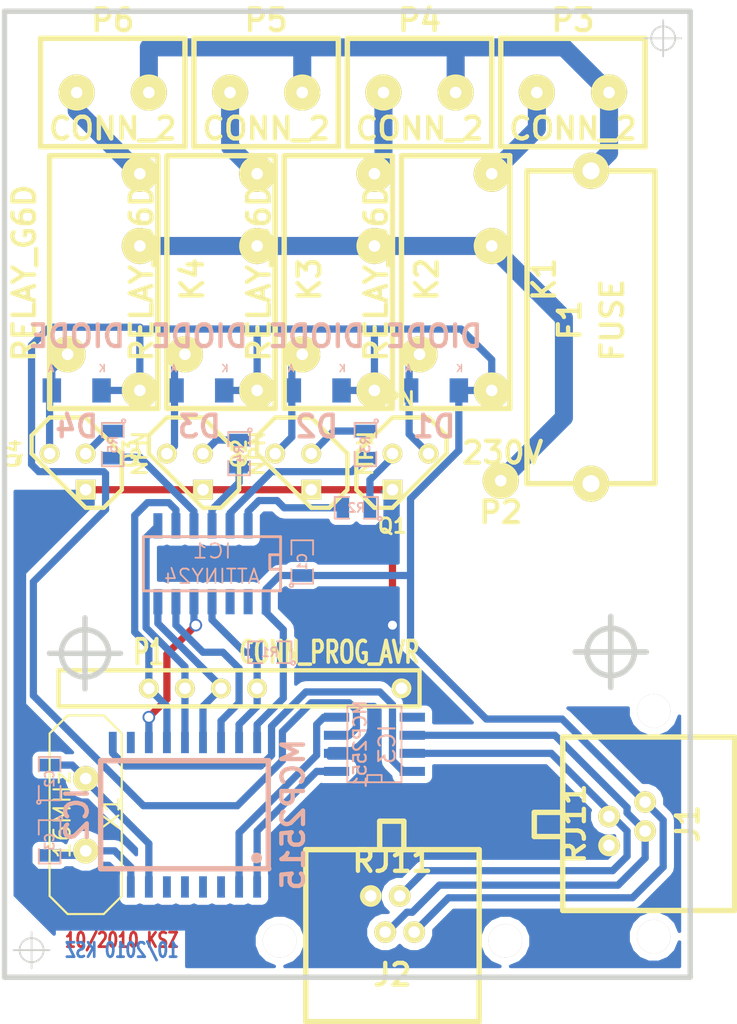
<source format=kicad_pcb>
(kicad_pcb (version 20171130) (host pcbnew 5.0.0+dfsg1-2~bpo9+1)

  (general
    (thickness 1.6002)
    (drawings 10)
    (tracks 257)
    (zones 0)
    (modules 33)
    (nets 34)
  )

  (page A4)
  (title_block
    (date "5 jan 2011")
  )

  (layers
    (0 Vorderseite signal)
    (31 Rückseite signal)
    (32 B.Adhes user)
    (33 F.Adhes user)
    (34 B.Paste user)
    (35 F.Paste user)
    (36 B.SilkS user)
    (37 F.SilkS user)
    (38 B.Mask user)
    (39 F.Mask user)
    (40 Dwgs.User user)
    (41 Cmts.User user)
    (42 Eco1.User user)
    (43 Eco2.User user)
    (44 Edge.Cuts user)
  )

  (setup
    (last_trace_width 0.508)
    (trace_clearance 0.1905)
    (zone_clearance 0.508)
    (zone_45_only no)
    (trace_min 0.508)
    (segment_width 0.381)
    (edge_width 0.381)
    (via_size 0.889)
    (via_drill 0.635)
    (via_min_size 0.889)
    (via_min_drill 0.508)
    (uvia_size 0.508)
    (uvia_drill 0.127)
    (uvias_allowed no)
    (uvia_min_size 0.508)
    (uvia_min_drill 0.127)
    (pcb_text_width 0.3048)
    (pcb_text_size 1.524 2.032)
    (mod_edge_width 0.381)
    (mod_text_size 1.524 1.524)
    (mod_text_width 0.3048)
    (pad_size 1.524 1.524)
    (pad_drill 0.8128)
    (pad_to_mask_clearance 0.254)
    (aux_axis_origin 53.50002 56.49976)
    (visible_elements FFFFFF7F)
    (pcbplotparams
      (layerselection 0x010fc_ffffffff)
      (usegerberextensions false)
      (usegerberattributes false)
      (usegerberadvancedattributes false)
      (creategerberjobfile false)
      (excludeedgelayer true)
      (linewidth 0.100000)
      (plotframeref false)
      (viasonmask false)
      (mode 1)
      (useauxorigin false)
      (hpglpennumber 1)
      (hpglpenspeed 20)
      (hpglpendiameter 15.000000)
      (psnegative false)
      (psa4output false)
      (plotreference true)
      (plotvalue true)
      (plotinvisibletext false)
      (padsonsilk false)
      (subtractmaskfromsilk false)
      (outputformat 1)
      (mirror false)
      (drillshape 1)
      (scaleselection 1)
      (outputdirectory ""))
  )

  (net 0 "")
  (net 1 +5V)
  (net 2 /230V+)
  (net 3 /230V-)
  (net 4 /X1)
  (net 5 /X2)
  (net 6 /X3)
  (net 7 /X4)
  (net 8 GND)
  (net 9 N-000005)
  (net 10 N-000007)
  (net 11 N-000008)
  (net 12 N-000011)
  (net 13 N-000012)
  (net 14 N-000013)
  (net 15 N-000015)
  (net 16 N-000018)
  (net 17 N-000021)
  (net 18 N-000025)
  (net 19 N-000026)
  (net 20 N-000027)
  (net 21 N-000028)
  (net 22 N-000029)
  (net 23 N-000030)
  (net 24 N-000031)
  (net 25 N-000032)
  (net 26 N-000033)
  (net 27 N-000034)
  (net 28 N-000035)
  (net 29 N-000036)
  (net 30 N-000037)
  (net 31 N-000039)
  (net 32 N-000040)
  (net 33 N-000041)

  (net_class Default "Dies ist die voreingestellte Netzklasse."
    (clearance 0.1905)
    (trace_width 0.508)
    (via_dia 0.889)
    (via_drill 0.635)
    (uvia_dia 0.508)
    (uvia_drill 0.127)
    (add_net +5V)
    (add_net GND)
    (add_net N-000005)
    (add_net N-000007)
    (add_net N-000008)
    (add_net N-000011)
    (add_net N-000012)
    (add_net N-000013)
    (add_net N-000015)
    (add_net N-000018)
    (add_net N-000021)
    (add_net N-000025)
    (add_net N-000026)
    (add_net N-000027)
    (add_net N-000028)
    (add_net N-000029)
    (add_net N-000030)
    (add_net N-000031)
    (add_net N-000032)
    (add_net N-000033)
    (add_net N-000034)
    (add_net N-000035)
    (add_net N-000036)
    (add_net N-000037)
    (add_net N-000039)
    (add_net N-000040)
    (add_net N-000041)
  )

  (net_class 230V ""
    (clearance 1.16078)
    (trace_width 1.27)
    (via_dia 0.889)
    (via_drill 0.635)
    (uvia_dia 0.508)
    (uvia_drill 0.127)
    (add_net /230V+)
    (add_net /230V-)
    (add_net /X1)
    (add_net /X2)
    (add_net /X3)
    (add_net /X4)
  )

  (module CONN_AKL2 (layer Vorderseite) (tedit 4C8BE2F5) (tstamp 4CA221D2)
    (at 20.955 19.05)
    (descr "Schraubklemme 2pol")
    (path /4C8B7DA9)
    (fp_text reference P6 (at 0 -5.08) (layer F.SilkS)
      (effects (font (size 1.524 1.524) (thickness 0.3048)))
    )
    (fp_text value CONN_2 (at 0 2.54) (layer F.SilkS)
      (effects (font (size 1.524 1.524) (thickness 0.3048)))
    )
    (fp_line (start -5.08 -3.81) (end 5.08 -3.81) (layer F.SilkS) (width 0.381))
    (fp_line (start 5.08 -3.81) (end 5.08 3.81) (layer F.SilkS) (width 0.381))
    (fp_line (start 5.08 3.81) (end -5.08 3.81) (layer F.SilkS) (width 0.381))
    (fp_line (start -5.08 3.81) (end -5.08 -3.81) (layer F.SilkS) (width 0.381))
    (pad 1 thru_hole circle (at -2.54 0) (size 2.54 2.54) (drill 0.8128) (layers *.Cu *.Mask F.SilkS)
      (net 7 /X4))
    (pad 2 thru_hole circle (at 2.54 0) (size 2.54 2.54) (drill 0.8128) (layers *.Cu *.Mask F.SilkS)
      (net 2 /230V+))
  )

  (module CONN_AKL2 locked (layer Vorderseite) (tedit 4C8BE2F5) (tstamp 4C8BE756)
    (at 31.75 19.05)
    (descr "Schraubklemme 2pol")
    (path /4C8B7D83)
    (fp_text reference P5 (at 0 -5.08) (layer F.SilkS)
      (effects (font (size 1.524 1.524) (thickness 0.3048)))
    )
    (fp_text value CONN_2 (at 0 2.54) (layer F.SilkS)
      (effects (font (size 1.524 1.524) (thickness 0.3048)))
    )
    (fp_line (start -5.08 -3.81) (end 5.08 -3.81) (layer F.SilkS) (width 0.381))
    (fp_line (start 5.08 -3.81) (end 5.08 3.81) (layer F.SilkS) (width 0.381))
    (fp_line (start 5.08 3.81) (end -5.08 3.81) (layer F.SilkS) (width 0.381))
    (fp_line (start -5.08 3.81) (end -5.08 -3.81) (layer F.SilkS) (width 0.381))
    (pad 1 thru_hole circle (at -2.54 0) (size 2.54 2.54) (drill 0.8128) (layers *.Cu *.Mask F.SilkS)
      (net 6 /X3))
    (pad 2 thru_hole circle (at 2.54 0) (size 2.54 2.54) (drill 0.8128) (layers *.Cu *.Mask F.SilkS)
      (net 2 /230V+))
  )

  (module CONN_AKL2 (layer Vorderseite) (tedit 4C8BE2F5) (tstamp 4C8BE758)
    (at 42.545 19.05)
    (descr "Schraubklemme 2pol")
    (path /4C8B7D6D)
    (fp_text reference P4 (at 0 -5.08) (layer F.SilkS)
      (effects (font (size 1.524 1.524) (thickness 0.3048)))
    )
    (fp_text value CONN_2 (at 0 2.54) (layer F.SilkS)
      (effects (font (size 1.524 1.524) (thickness 0.3048)))
    )
    (fp_line (start -5.08 -3.81) (end 5.08 -3.81) (layer F.SilkS) (width 0.381))
    (fp_line (start 5.08 -3.81) (end 5.08 3.81) (layer F.SilkS) (width 0.381))
    (fp_line (start 5.08 3.81) (end -5.08 3.81) (layer F.SilkS) (width 0.381))
    (fp_line (start -5.08 3.81) (end -5.08 -3.81) (layer F.SilkS) (width 0.381))
    (pad 1 thru_hole circle (at -2.54 0) (size 2.54 2.54) (drill 0.8128) (layers *.Cu *.Mask F.SilkS)
      (net 5 /X2))
    (pad 2 thru_hole circle (at 2.54 0) (size 2.54 2.54) (drill 0.8128) (layers *.Cu *.Mask F.SilkS)
      (net 2 /230V+))
  )

  (module CONN_AKL2 (layer Vorderseite) (tedit 4C8BE2F5) (tstamp 4C8BE75A)
    (at 53.34 19.05)
    (descr "Schraubklemme 2pol")
    (path /4C8B7D3C)
    (fp_text reference P3 (at 0 -5.08) (layer F.SilkS)
      (effects (font (size 1.524 1.524) (thickness 0.3048)))
    )
    (fp_text value CONN_2 (at 0 2.54) (layer F.SilkS)
      (effects (font (size 1.524 1.524) (thickness 0.3048)))
    )
    (fp_line (start -5.08 -3.81) (end 5.08 -3.81) (layer F.SilkS) (width 0.381))
    (fp_line (start 5.08 -3.81) (end 5.08 3.81) (layer F.SilkS) (width 0.381))
    (fp_line (start 5.08 3.81) (end -5.08 3.81) (layer F.SilkS) (width 0.381))
    (fp_line (start -5.08 3.81) (end -5.08 -3.81) (layer F.SilkS) (width 0.381))
    (pad 1 thru_hole circle (at -2.54 0) (size 2.54 2.54) (drill 0.8128) (layers *.Cu *.Mask F.SilkS)
      (net 4 /X1))
    (pad 2 thru_hole circle (at 2.54 0) (size 2.54 2.54) (drill 0.8128) (layers *.Cu *.Mask F.SilkS)
      (net 2 /230V+))
  )

  (module SIL-10_MYAVR (layer Vorderseite) (tedit 4C8BB766) (tstamp 4CA2153F)
    (at 29.845 60.96)
    (descr "Connector myAVR")
    (tags "CONN AVR")
    (path /4C8B6DB5)
    (fp_text reference P1 (at -6.35 -2.54) (layer F.SilkS)
      (effects (font (size 1.72974 1.08712) (thickness 0.27178)))
    )
    (fp_text value CONN_PROG_AVR (at 6.35 -2.54) (layer F.SilkS)
      (effects (font (size 1.524 1.016) (thickness 0.254)))
    )
    (fp_line (start -12.7 1.27) (end -12.7 -1.27) (layer F.SilkS) (width 0.3048))
    (fp_line (start -12.7 -1.27) (end 12.7 -1.27) (layer F.SilkS) (width 0.3048))
    (fp_line (start 12.7 -1.27) (end 12.7 1.27) (layer F.SilkS) (width 0.3048))
    (fp_line (start 12.7 1.27) (end -12.7 1.27) (layer F.SilkS) (width 0.3048))
    (pad 3 thru_hole circle (at -6.35 0) (size 1.397 1.397) (drill 0.8128) (layers *.Cu *.Mask F.SilkS)
      (net 13 N-000012))
    (pad 4 thru_hole circle (at -3.81 0) (size 1.397 1.397) (drill 0.8128) (layers *.Cu *.Mask F.SilkS)
      (net 17 N-000021))
    (pad 5 thru_hole circle (at -1.27 0) (size 1.397 1.397) (drill 0.8128) (layers *.Cu *.Mask F.SilkS)
      (net 32 N-000040))
    (pad 6 thru_hole circle (at 1.27 0) (size 1.397 1.397) (drill 0.8128) (layers *.Cu *.Mask F.SilkS)
      (net 33 N-000041))
    (pad 10 thru_hole circle (at 11.43 0) (size 1.397 1.397) (drill 0.8128) (layers *.Cu *.Mask F.SilkS)
      (net 8 GND))
  )

  (module SM0805 (layer Rückseite) (tedit 42806E04) (tstamp 4CA232C1)
    (at 32.004 58.42 180)
    (path /4C88E685)
    (attr smd)
    (fp_text reference R1 (at 0 0 180) (layer B.SilkS)
      (effects (font (size 0.635 0.635) (thickness 0.127)) (justify mirror))
    )
    (fp_text value 10k (at 0 0 180) (layer B.SilkS) hide
      (effects (font (size 0.635 0.635) (thickness 0.127)) (justify mirror))
    )
    (fp_circle (center -1.651 -0.762) (end -1.651 -0.635) (layer B.SilkS) (width 0.127))
    (fp_line (start -0.508 -0.762) (end -1.524 -0.762) (layer B.SilkS) (width 0.127))
    (fp_line (start -1.524 -0.762) (end -1.524 0.762) (layer B.SilkS) (width 0.127))
    (fp_line (start -1.524 0.762) (end -0.508 0.762) (layer B.SilkS) (width 0.127))
    (fp_line (start 0.508 0.762) (end 1.524 0.762) (layer B.SilkS) (width 0.127))
    (fp_line (start 1.524 0.762) (end 1.524 -0.762) (layer B.SilkS) (width 0.127))
    (fp_line (start 1.524 -0.762) (end 0.508 -0.762) (layer B.SilkS) (width 0.127))
    (pad 1 smd rect (at -0.9525 0 180) (size 0.889 1.397) (layers Rückseite B.Paste B.Mask)
      (net 1 +5V))
    (pad 2 smd rect (at 0.9525 0 180) (size 0.889 1.397) (layers Rückseite B.Paste B.Mask)
      (net 33 N-000041))
    (model smd/chip_cms.wrl
      (at (xyz 0 0 0))
      (scale (xyz 0.1 0.1 0.1))
      (rotate (xyz 0 0 0))
    )
  )

  (module SM0805 (layer Rückseite) (tedit 42806E04) (tstamp 4C8BE770)
    (at 34.29 52.07 90)
    (path /4C88E9B8)
    (attr smd)
    (fp_text reference C1 (at 0 0 90) (layer B.SilkS)
      (effects (font (size 0.635 0.635) (thickness 0.127)) (justify mirror))
    )
    (fp_text value 100n (at 0 0 90) (layer B.SilkS) hide
      (effects (font (size 0.635 0.635) (thickness 0.127)) (justify mirror))
    )
    (fp_circle (center -1.651 -0.762) (end -1.651 -0.635) (layer B.SilkS) (width 0.127))
    (fp_line (start -0.508 -0.762) (end -1.524 -0.762) (layer B.SilkS) (width 0.127))
    (fp_line (start -1.524 -0.762) (end -1.524 0.762) (layer B.SilkS) (width 0.127))
    (fp_line (start -1.524 0.762) (end -0.508 0.762) (layer B.SilkS) (width 0.127))
    (fp_line (start 0.508 0.762) (end 1.524 0.762) (layer B.SilkS) (width 0.127))
    (fp_line (start 1.524 0.762) (end 1.524 -0.762) (layer B.SilkS) (width 0.127))
    (fp_line (start 1.524 -0.762) (end 0.508 -0.762) (layer B.SilkS) (width 0.127))
    (pad 1 smd rect (at -0.9525 0 90) (size 0.889 1.397) (layers Rückseite B.Paste B.Mask)
      (net 1 +5V))
    (pad 2 smd rect (at 0.9525 0 90) (size 0.889 1.397) (layers Rückseite B.Paste B.Mask)
      (net 8 GND))
    (model smd/chip_cms.wrl
      (at (xyz 0 0 0))
      (scale (xyz 0.1 0.1 0.1))
      (rotate (xyz 0 0 0))
    )
  )

  (module Diode-MiniMELF_Standard_RevA_27July2010 (layer Rückseite) (tedit 4C4ED88F) (tstamp 4C92356D)
    (at 43.561 40.005)
    (descr "Diode Mini-MELF Standard")
    (tags "Diode Mini-MELF Standard")
    (path /4C9231AD)
    (fp_text reference D1 (at 0 2.54) (layer B.SilkS)
      (effects (font (size 1.524 1.524) (thickness 0.3048)) (justify mirror))
    )
    (fp_text value DIODE (at 0 -3.81) (layer B.SilkS)
      (effects (font (size 1.524 1.524) (thickness 0.3048)) (justify mirror))
    )
    (fp_text user A (at -1.80086 -1.5494) (layer B.SilkS)
      (effects (font (size 0.50038 0.50038) (thickness 0.09906)) (justify mirror))
    )
    (fp_text user K (at 1.80086 -1.5494) (layer B.SilkS)
      (effects (font (size 0.50038 0.50038) (thickness 0.09906)) (justify mirror))
    )
    (fp_circle (center 0 0) (end 0 -0.55118) (layer B.Adhes) (width 0.381))
    (fp_circle (center 0 0) (end 0 -0.20066) (layer B.Adhes) (width 0.381))
    (pad 1 smd rect (at -1.75006 0) (size 1.30048 1.69926) (layers Rückseite B.Paste B.Mask)
      (net 22 N-000029))
    (pad 2 smd rect (at 1.75006 0) (size 1.30048 1.69926) (layers Rückseite B.Paste B.Mask)
      (net 1 +5V))
  )

  (module Diode-MiniMELF_Standard_RevA_27July2010 (layer Rückseite) (tedit 4C4ED88F) (tstamp 4C9236E5)
    (at 35.306 40.005)
    (descr "Diode Mini-MELF Standard")
    (tags "Diode Mini-MELF Standard")
    (path /4C9231D5)
    (fp_text reference D2 (at 0 2.54) (layer B.SilkS)
      (effects (font (size 1.524 1.524) (thickness 0.3048)) (justify mirror))
    )
    (fp_text value DIODE (at 0 -3.81) (layer B.SilkS)
      (effects (font (size 1.524 1.524) (thickness 0.3048)) (justify mirror))
    )
    (fp_text user A (at -1.80086 -1.5494) (layer B.SilkS)
      (effects (font (size 0.50038 0.50038) (thickness 0.09906)) (justify mirror))
    )
    (fp_text user K (at 1.80086 -1.5494) (layer B.SilkS)
      (effects (font (size 0.50038 0.50038) (thickness 0.09906)) (justify mirror))
    )
    (fp_circle (center 0 0) (end 0 -0.55118) (layer B.Adhes) (width 0.381))
    (fp_circle (center 0 0) (end 0 -0.20066) (layer B.Adhes) (width 0.381))
    (pad 1 smd rect (at -1.75006 0) (size 1.30048 1.69926) (layers Rückseite B.Paste B.Mask)
      (net 23 N-000030))
    (pad 2 smd rect (at 1.75006 0) (size 1.30048 1.69926) (layers Rückseite B.Paste B.Mask)
      (net 1 +5V))
  )

  (module Diode-MiniMELF_Standard_RevA_27July2010 (layer Rückseite) (tedit 4C4ED88F) (tstamp 4C923569)
    (at 27.051 40.005)
    (descr "Diode Mini-MELF Standard")
    (tags "Diode Mini-MELF Standard")
    (path /4C9231D8)
    (fp_text reference D3 (at 0 2.54) (layer B.SilkS)
      (effects (font (size 1.524 1.524) (thickness 0.3048)) (justify mirror))
    )
    (fp_text value DIODE (at 0 -3.81) (layer B.SilkS)
      (effects (font (size 1.524 1.524) (thickness 0.3048)) (justify mirror))
    )
    (fp_text user A (at -1.80086 -1.5494) (layer B.SilkS)
      (effects (font (size 0.50038 0.50038) (thickness 0.09906)) (justify mirror))
    )
    (fp_text user K (at 1.80086 -1.5494) (layer B.SilkS)
      (effects (font (size 0.50038 0.50038) (thickness 0.09906)) (justify mirror))
    )
    (fp_circle (center 0 0) (end 0 -0.55118) (layer B.Adhes) (width 0.381))
    (fp_circle (center 0 0) (end 0 -0.20066) (layer B.Adhes) (width 0.381))
    (pad 1 smd rect (at -1.75006 0) (size 1.30048 1.69926) (layers Rückseite B.Paste B.Mask)
      (net 24 N-000031))
    (pad 2 smd rect (at 1.75006 0) (size 1.30048 1.69926) (layers Rückseite B.Paste B.Mask)
      (net 1 +5V))
  )

  (module Diode-MiniMELF_Standard_RevA_27July2010 (layer Rückseite) (tedit 4C4ED88F) (tstamp 4C923567)
    (at 18.415 40.005)
    (descr "Diode Mini-MELF Standard")
    (tags "Diode Mini-MELF Standard")
    (path /4C9231DC)
    (fp_text reference D4 (at 0 2.54) (layer B.SilkS)
      (effects (font (size 1.524 1.524) (thickness 0.3048)) (justify mirror))
    )
    (fp_text value DIODE (at 0 -3.81) (layer B.SilkS)
      (effects (font (size 1.524 1.524) (thickness 0.3048)) (justify mirror))
    )
    (fp_text user A (at -1.80086 -1.5494) (layer B.SilkS)
      (effects (font (size 0.50038 0.50038) (thickness 0.09906)) (justify mirror))
    )
    (fp_text user K (at 1.80086 -1.5494) (layer B.SilkS)
      (effects (font (size 0.50038 0.50038) (thickness 0.09906)) (justify mirror))
    )
    (fp_circle (center 0 0) (end 0 -0.55118) (layer B.Adhes) (width 0.381))
    (fp_circle (center 0 0) (end 0 -0.20066) (layer B.Adhes) (width 0.381))
    (pad 1 smd rect (at -1.75006 0) (size 1.30048 1.69926) (layers Rückseite B.Paste B.Mask)
      (net 25 N-000032))
    (pad 2 smd rect (at 1.75006 0) (size 1.30048 1.69926) (layers Rückseite B.Paste B.Mask)
      (net 1 +5V))
  )

  (module HC-18UV (layer Vorderseite) (tedit 42899E71) (tstamp 4CA21026)
    (at 19.05 69.85 270)
    (descr "Quartz boitier HC-18U vertical")
    (tags "QUARTZ DEV")
    (path /4CA20D92)
    (autoplace_cost180 10)
    (fp_text reference X1 (at -0.127 -1.778 270) (layer F.SilkS)
      (effects (font (size 1.143 1.27) (thickness 0.1524)))
    )
    (fp_text value 16MHz (at 0 1.651 270) (layer F.SilkS)
      (effects (font (size 1.143 1.27) (thickness 0.1524)))
    )
    (fp_line (start -6.985 -1.27) (end -5.715 -2.54) (layer F.SilkS) (width 0.1524))
    (fp_line (start 5.715 -2.54) (end 6.985 -1.27) (layer F.SilkS) (width 0.1524))
    (fp_line (start 6.985 1.27) (end 5.715 2.54) (layer F.SilkS) (width 0.1524))
    (fp_line (start -6.985 1.27) (end -5.715 2.54) (layer F.SilkS) (width 0.1524))
    (fp_line (start -5.715 -2.54) (end 5.715 -2.54) (layer F.SilkS) (width 0.1524))
    (fp_line (start -6.985 -1.27) (end -6.985 1.27) (layer F.SilkS) (width 0.1524))
    (fp_line (start -5.715 2.54) (end 5.715 2.54) (layer F.SilkS) (width 0.1524))
    (fp_line (start 6.985 1.27) (end 6.985 -1.27) (layer F.SilkS) (width 0.1524))
    (pad 1 thru_hole circle (at -2.54 0 270) (size 1.778 1.778) (drill 0.8128) (layers *.Cu *.Mask F.SilkS)
      (net 15 N-000015))
    (pad 2 thru_hole circle (at 2.54 0 270) (size 1.778 1.778) (drill 0.8128) (layers *.Cu *.Mask F.SilkS)
      (net 31 N-000039))
    (model discret/crystal_hc18u_vertical.wrl
      (at (xyz 0 0 0))
      (scale (xyz 1 1 1))
      (rotate (xyz 0 0 0))
    )
  )

  (module SM0805 (layer Rückseite) (tedit 42806E04) (tstamp 4CA2102A)
    (at 20.955 43.815 270)
    (path /4C99B516)
    (attr smd)
    (fp_text reference R5 (at 0 0 270) (layer B.SilkS)
      (effects (font (size 0.635 0.635) (thickness 0.127)) (justify mirror))
    )
    (fp_text value 15k (at 0 0 270) (layer B.SilkS) hide
      (effects (font (size 0.635 0.635) (thickness 0.127)) (justify mirror))
    )
    (fp_circle (center -1.651 -0.762) (end -1.651 -0.635) (layer B.SilkS) (width 0.127))
    (fp_line (start -0.508 -0.762) (end -1.524 -0.762) (layer B.SilkS) (width 0.127))
    (fp_line (start -1.524 -0.762) (end -1.524 0.762) (layer B.SilkS) (width 0.127))
    (fp_line (start -1.524 0.762) (end -0.508 0.762) (layer B.SilkS) (width 0.127))
    (fp_line (start 0.508 0.762) (end 1.524 0.762) (layer B.SilkS) (width 0.127))
    (fp_line (start 1.524 0.762) (end 1.524 -0.762) (layer B.SilkS) (width 0.127))
    (fp_line (start 1.524 -0.762) (end 0.508 -0.762) (layer B.SilkS) (width 0.127))
    (pad 1 smd rect (at -0.9525 0 270) (size 0.889 1.397) (layers Rückseite B.Paste B.Mask)
      (net 19 N-000026))
    (pad 2 smd rect (at 0.9525 0 270) (size 0.889 1.397) (layers Rückseite B.Paste B.Mask)
      (net 20 N-000027))
    (model smd/chip_cms.wrl
      (at (xyz 0 0 0))
      (scale (xyz 0.1 0.1 0.1))
      (rotate (xyz 0 0 0))
    )
  )

  (module SM0805 (layer Rückseite) (tedit 42806E04) (tstamp 4CA2102C)
    (at 29.845 44.45 270)
    (path /4C99B512)
    (attr smd)
    (fp_text reference R4 (at 0 0 270) (layer B.SilkS)
      (effects (font (size 0.635 0.635) (thickness 0.127)) (justify mirror))
    )
    (fp_text value 15k (at 0 0 270) (layer B.SilkS) hide
      (effects (font (size 0.635 0.635) (thickness 0.127)) (justify mirror))
    )
    (fp_circle (center -1.651 -0.762) (end -1.651 -0.635) (layer B.SilkS) (width 0.127))
    (fp_line (start -0.508 -0.762) (end -1.524 -0.762) (layer B.SilkS) (width 0.127))
    (fp_line (start -1.524 -0.762) (end -1.524 0.762) (layer B.SilkS) (width 0.127))
    (fp_line (start -1.524 0.762) (end -0.508 0.762) (layer B.SilkS) (width 0.127))
    (fp_line (start 0.508 0.762) (end 1.524 0.762) (layer B.SilkS) (width 0.127))
    (fp_line (start 1.524 0.762) (end 1.524 -0.762) (layer B.SilkS) (width 0.127))
    (fp_line (start 1.524 -0.762) (end 0.508 -0.762) (layer B.SilkS) (width 0.127))
    (pad 1 smd rect (at -0.9525 0 270) (size 0.889 1.397) (layers Rückseite B.Paste B.Mask)
      (net 18 N-000025))
    (pad 2 smd rect (at 0.9525 0 270) (size 0.889 1.397) (layers Rückseite B.Paste B.Mask)
      (net 21 N-000028))
    (model smd/chip_cms.wrl
      (at (xyz 0 0 0))
      (scale (xyz 0.1 0.1 0.1))
      (rotate (xyz 0 0 0))
    )
  )

  (module SM0805 (layer Rückseite) (tedit 42806E04) (tstamp 4CA2102E)
    (at 38.735 43.815 270)
    (path /4C99B4EF)
    (attr smd)
    (fp_text reference R3 (at 0 0 270) (layer B.SilkS)
      (effects (font (size 0.635 0.635) (thickness 0.127)) (justify mirror))
    )
    (fp_text value 15k (at 0 0 270) (layer B.SilkS) hide
      (effects (font (size 0.635 0.635) (thickness 0.127)) (justify mirror))
    )
    (fp_circle (center -1.651 -0.762) (end -1.651 -0.635) (layer B.SilkS) (width 0.127))
    (fp_line (start -0.508 -0.762) (end -1.524 -0.762) (layer B.SilkS) (width 0.127))
    (fp_line (start -1.524 -0.762) (end -1.524 0.762) (layer B.SilkS) (width 0.127))
    (fp_line (start -1.524 0.762) (end -0.508 0.762) (layer B.SilkS) (width 0.127))
    (fp_line (start 0.508 0.762) (end 1.524 0.762) (layer B.SilkS) (width 0.127))
    (fp_line (start 1.524 0.762) (end 1.524 -0.762) (layer B.SilkS) (width 0.127))
    (fp_line (start 1.524 -0.762) (end 0.508 -0.762) (layer B.SilkS) (width 0.127))
    (pad 1 smd rect (at -0.9525 0 270) (size 0.889 1.397) (layers Rückseite B.Paste B.Mask)
      (net 28 N-000035))
    (pad 2 smd rect (at 0.9525 0 270) (size 0.889 1.397) (layers Rückseite B.Paste B.Mask)
      (net 29 N-000036))
    (model smd/chip_cms.wrl
      (at (xyz 0 0 0))
      (scale (xyz 0.1 0.1 0.1))
      (rotate (xyz 0 0 0))
    )
  )

  (module SM0805 (layer Rückseite) (tedit 42806E04) (tstamp 4CA21030)
    (at 38.1 48.26 180)
    (path /4C99B478)
    (attr smd)
    (fp_text reference R2 (at 0 0 180) (layer B.SilkS)
      (effects (font (size 0.635 0.635) (thickness 0.127)) (justify mirror))
    )
    (fp_text value 15k (at 0 0 180) (layer B.SilkS) hide
      (effects (font (size 0.635 0.635) (thickness 0.127)) (justify mirror))
    )
    (fp_circle (center -1.651 -0.762) (end -1.651 -0.635) (layer B.SilkS) (width 0.127))
    (fp_line (start -0.508 -0.762) (end -1.524 -0.762) (layer B.SilkS) (width 0.127))
    (fp_line (start -1.524 -0.762) (end -1.524 0.762) (layer B.SilkS) (width 0.127))
    (fp_line (start -1.524 0.762) (end -0.508 0.762) (layer B.SilkS) (width 0.127))
    (fp_line (start 0.508 0.762) (end 1.524 0.762) (layer B.SilkS) (width 0.127))
    (fp_line (start 1.524 0.762) (end 1.524 -0.762) (layer B.SilkS) (width 0.127))
    (fp_line (start 1.524 -0.762) (end 0.508 -0.762) (layer B.SilkS) (width 0.127))
    (pad 1 smd rect (at -0.9525 0 180) (size 0.889 1.397) (layers Rückseite B.Paste B.Mask)
      (net 26 N-000033))
    (pad 2 smd rect (at 0.9525 0 180) (size 0.889 1.397) (layers Rückseite B.Paste B.Mask)
      (net 27 N-000034))
    (model smd/chip_cms.wrl
      (at (xyz 0 0 0))
      (scale (xyz 0.1 0.1 0.1))
      (rotate (xyz 0 0 0))
    )
  )

  (module SM0805 (layer Rückseite) (tedit 42806E04) (tstamp 4CA21032)
    (at 16.51 71.755 270)
    (path /4CA20DB3)
    (attr smd)
    (fp_text reference C3 (at 0 0 270) (layer B.SilkS)
      (effects (font (size 0.635 0.635) (thickness 0.127)) (justify mirror))
    )
    (fp_text value 22pF (at 0 0 270) (layer B.SilkS) hide
      (effects (font (size 0.635 0.635) (thickness 0.127)) (justify mirror))
    )
    (fp_circle (center -1.651 -0.762) (end -1.651 -0.635) (layer B.SilkS) (width 0.127))
    (fp_line (start -0.508 -0.762) (end -1.524 -0.762) (layer B.SilkS) (width 0.127))
    (fp_line (start -1.524 -0.762) (end -1.524 0.762) (layer B.SilkS) (width 0.127))
    (fp_line (start -1.524 0.762) (end -0.508 0.762) (layer B.SilkS) (width 0.127))
    (fp_line (start 0.508 0.762) (end 1.524 0.762) (layer B.SilkS) (width 0.127))
    (fp_line (start 1.524 0.762) (end 1.524 -0.762) (layer B.SilkS) (width 0.127))
    (fp_line (start 1.524 -0.762) (end 0.508 -0.762) (layer B.SilkS) (width 0.127))
    (pad 1 smd rect (at -0.9525 0 270) (size 0.889 1.397) (layers Rückseite B.Paste B.Mask)
      (net 8 GND))
    (pad 2 smd rect (at 0.9525 0 270) (size 0.889 1.397) (layers Rückseite B.Paste B.Mask)
      (net 31 N-000039))
    (model smd/chip_cms.wrl
      (at (xyz 0 0 0))
      (scale (xyz 0.1 0.1 0.1))
      (rotate (xyz 0 0 0))
    )
  )

  (module SM0805 (layer Rückseite) (tedit 42806E04) (tstamp 4CA21034)
    (at 16.51 67.31 90)
    (path /4CA20D9B)
    (attr smd)
    (fp_text reference C2 (at 0 0 90) (layer B.SilkS)
      (effects (font (size 0.635 0.635) (thickness 0.127)) (justify mirror))
    )
    (fp_text value 22pF (at 0 0 90) (layer B.SilkS) hide
      (effects (font (size 0.635 0.635) (thickness 0.127)) (justify mirror))
    )
    (fp_circle (center -1.651 -0.762) (end -1.651 -0.635) (layer B.SilkS) (width 0.127))
    (fp_line (start -0.508 -0.762) (end -1.524 -0.762) (layer B.SilkS) (width 0.127))
    (fp_line (start -1.524 -0.762) (end -1.524 0.762) (layer B.SilkS) (width 0.127))
    (fp_line (start -1.524 0.762) (end -0.508 0.762) (layer B.SilkS) (width 0.127))
    (fp_line (start 0.508 0.762) (end 1.524 0.762) (layer B.SilkS) (width 0.127))
    (fp_line (start 1.524 0.762) (end 1.524 -0.762) (layer B.SilkS) (width 0.127))
    (fp_line (start 1.524 -0.762) (end 0.508 -0.762) (layer B.SilkS) (width 0.127))
    (pad 1 smd rect (at -0.9525 0 90) (size 0.889 1.397) (layers Rückseite B.Paste B.Mask)
      (net 8 GND))
    (pad 2 smd rect (at 0.9525 0 90) (size 0.889 1.397) (layers Rückseite B.Paste B.Mask)
      (net 15 N-000015))
    (model smd/chip_cms.wrl
      (at (xyz 0 0 0))
      (scale (xyz 0.1 0.1 0.1))
      (rotate (xyz 0 0 0))
    )
  )

  (module TO92 (layer Vorderseite) (tedit 443CFFD1) (tstamp 4CA21038)
    (at 17.78 45.72 270)
    (descr "Transistor TO92 brochage type BC237")
    (tags "TR TO92")
    (path /4C99B50C)
    (fp_text reference Q4 (at -1.27 3.81 270) (layer F.SilkS)
      (effects (font (size 1.016 1.016) (thickness 0.2032)))
    )
    (fp_text value NPN (at -1.27 -5.08 270) (layer F.SilkS)
      (effects (font (size 1.016 1.016) (thickness 0.2032)))
    )
    (fp_line (start -1.27 2.54) (end 2.54 -1.27) (layer F.SilkS) (width 0.3048))
    (fp_line (start 2.54 -1.27) (end 2.54 -2.54) (layer F.SilkS) (width 0.3048))
    (fp_line (start 2.54 -2.54) (end 1.27 -3.81) (layer F.SilkS) (width 0.3048))
    (fp_line (start 1.27 -3.81) (end -1.27 -3.81) (layer F.SilkS) (width 0.3048))
    (fp_line (start -1.27 -3.81) (end -3.81 -1.27) (layer F.SilkS) (width 0.3048))
    (fp_line (start -3.81 -1.27) (end -3.81 1.27) (layer F.SilkS) (width 0.3048))
    (fp_line (start -3.81 1.27) (end -2.54 2.54) (layer F.SilkS) (width 0.3048))
    (fp_line (start -2.54 2.54) (end -1.27 2.54) (layer F.SilkS) (width 0.3048))
    (pad 1 thru_hole rect (at 1.27 -1.27 270) (size 1.397 1.397) (drill 0.8128) (layers *.Cu *.Mask F.SilkS)
      (net 8 GND))
    (pad 2 thru_hole circle (at -1.27 -1.27 270) (size 1.397 1.397) (drill 0.8128) (layers *.Cu *.Mask F.SilkS)
      (net 19 N-000026))
    (pad 3 thru_hole circle (at -1.27 1.27 270) (size 1.397 1.397) (drill 0.8128) (layers *.Cu *.Mask F.SilkS)
      (net 25 N-000032))
    (model discret/to98.wrl
      (at (xyz 0 0 0))
      (scale (xyz 1 1 1))
      (rotate (xyz 0 0 0))
    )
  )

  (module TO92 (layer Vorderseite) (tedit 443CFFD1) (tstamp 4CA2103A)
    (at 26.035 45.72 270)
    (descr "Transistor TO92 brochage type BC237")
    (tags "TR TO92")
    (path /4C99B4FF)
    (fp_text reference Q3 (at -1.27 3.81 270) (layer F.SilkS)
      (effects (font (size 1.016 1.016) (thickness 0.2032)))
    )
    (fp_text value NPN (at -1.27 -5.08 270) (layer F.SilkS)
      (effects (font (size 1.016 1.016) (thickness 0.2032)))
    )
    (fp_line (start -1.27 2.54) (end 2.54 -1.27) (layer F.SilkS) (width 0.3048))
    (fp_line (start 2.54 -1.27) (end 2.54 -2.54) (layer F.SilkS) (width 0.3048))
    (fp_line (start 2.54 -2.54) (end 1.27 -3.81) (layer F.SilkS) (width 0.3048))
    (fp_line (start 1.27 -3.81) (end -1.27 -3.81) (layer F.SilkS) (width 0.3048))
    (fp_line (start -1.27 -3.81) (end -3.81 -1.27) (layer F.SilkS) (width 0.3048))
    (fp_line (start -3.81 -1.27) (end -3.81 1.27) (layer F.SilkS) (width 0.3048))
    (fp_line (start -3.81 1.27) (end -2.54 2.54) (layer F.SilkS) (width 0.3048))
    (fp_line (start -2.54 2.54) (end -1.27 2.54) (layer F.SilkS) (width 0.3048))
    (pad 1 thru_hole rect (at 1.27 -1.27 270) (size 1.397 1.397) (drill 0.8128) (layers *.Cu *.Mask F.SilkS)
      (net 8 GND))
    (pad 2 thru_hole circle (at -1.27 -1.27 270) (size 1.397 1.397) (drill 0.8128) (layers *.Cu *.Mask F.SilkS)
      (net 18 N-000025))
    (pad 3 thru_hole circle (at -1.27 1.27 270) (size 1.397 1.397) (drill 0.8128) (layers *.Cu *.Mask F.SilkS)
      (net 24 N-000031))
    (model discret/to98.wrl
      (at (xyz 0 0 0))
      (scale (xyz 1 1 1))
      (rotate (xyz 0 0 0))
    )
  )

  (module TO92 (layer Vorderseite) (tedit 443CFFD1) (tstamp 4CA2103C)
    (at 33.655 45.72 270)
    (descr "Transistor TO92 brochage type BC237")
    (tags "TR TO92")
    (path /4C99B49A)
    (fp_text reference Q2 (at -1.27 3.81 270) (layer F.SilkS)
      (effects (font (size 1.016 1.016) (thickness 0.2032)))
    )
    (fp_text value NPN (at -1.27 -5.08 270) (layer F.SilkS)
      (effects (font (size 1.016 1.016) (thickness 0.2032)))
    )
    (fp_line (start -1.27 2.54) (end 2.54 -1.27) (layer F.SilkS) (width 0.3048))
    (fp_line (start 2.54 -1.27) (end 2.54 -2.54) (layer F.SilkS) (width 0.3048))
    (fp_line (start 2.54 -2.54) (end 1.27 -3.81) (layer F.SilkS) (width 0.3048))
    (fp_line (start 1.27 -3.81) (end -1.27 -3.81) (layer F.SilkS) (width 0.3048))
    (fp_line (start -1.27 -3.81) (end -3.81 -1.27) (layer F.SilkS) (width 0.3048))
    (fp_line (start -3.81 -1.27) (end -3.81 1.27) (layer F.SilkS) (width 0.3048))
    (fp_line (start -3.81 1.27) (end -2.54 2.54) (layer F.SilkS) (width 0.3048))
    (fp_line (start -2.54 2.54) (end -1.27 2.54) (layer F.SilkS) (width 0.3048))
    (pad 1 thru_hole rect (at 1.27 -1.27 270) (size 1.397 1.397) (drill 0.8128) (layers *.Cu *.Mask F.SilkS)
      (net 8 GND))
    (pad 2 thru_hole circle (at -1.27 -1.27 270) (size 1.397 1.397) (drill 0.8128) (layers *.Cu *.Mask F.SilkS)
      (net 28 N-000035))
    (pad 3 thru_hole circle (at -1.27 1.27 270) (size 1.397 1.397) (drill 0.8128) (layers *.Cu *.Mask F.SilkS)
      (net 23 N-000030))
    (model discret/to98.wrl
      (at (xyz 0 0 0))
      (scale (xyz 1 1 1))
      (rotate (xyz 0 0 0))
    )
  )

  (module SOIC18_300 (layer Rückseite) (tedit 4C9CC350) (tstamp 4CA21044)
    (at 26.035 69.85)
    (descr "SOIC 300mil 18pin")
    (path /4CA209C3)
    (fp_text reference IC2 (at -7.59968 0 270) (layer B.SilkS)
      (effects (font (size 1.524 1.524) (thickness 0.3048)) (justify mirror))
    )
    (fp_text value MCP2515 (at 7.62 0 270) (layer B.SilkS)
      (effects (font (size 1.524 1.524) (thickness 0.3048)) (justify mirror))
    )
    (fp_line (start 5.90042 -3.79984) (end -5.90042 -3.79984) (layer B.SilkS) (width 0.381))
    (fp_line (start -5.90042 3.79984) (end 5.90042 3.79984) (layer B.SilkS) (width 0.381))
    (fp_line (start 5.86486 3.79984) (end 5.86486 -3.79984) (layer B.SilkS) (width 0.381))
    (fp_line (start -5.93344 -3.79984) (end -5.93344 3.79984) (layer B.SilkS) (width 0.381))
    (fp_circle (center 5.0419 3.04038) (end 5.2324 3.04038) (layer B.SilkS) (width 0.381))
    (pad 15 smd rect (at 1.27 -5.08) (size 0.55118 1.50114) (layers Rückseite B.Paste B.Mask)
      (net 32 N-000040))
    (pad 14 smd rect (at 0 -5.08) (size 0.55118 1.50114) (layers Rückseite B.Paste B.Mask)
      (net 17 N-000021))
    (pad 12 smd rect (at -2.54 -5.08) (size 0.55118 1.50114) (layers Rückseite B.Paste B.Mask)
      (net 14 N-000013))
    (pad 13 smd rect (at -1.27 -5.08) (size 0.55118 1.50114) (layers Rückseite B.Paste B.Mask)
      (net 13 N-000012))
    (pad 11 smd rect (at -3.81 -5.08) (size 0.55118 1.50114) (layers Rückseite B.Paste B.Mask))
    (pad 10 smd rect (at -5.08 -5.08) (size 0.55118 1.50114) (layers Rückseite B.Paste B.Mask)
      (net 9 N-000005))
    (pad 16 smd rect (at 2.54 -5.08) (size 0.55118 1.50114) (layers Rückseite B.Paste B.Mask)
      (net 12 N-000011))
    (pad 17 smd rect (at 3.81 -5.08) (size 0.55118 1.50114) (layers Rückseite B.Paste B.Mask)
      (net 33 N-000041))
    (pad 18 smd rect (at 5.08 -5.08) (size 0.55118 1.50114) (layers Rückseite B.Paste B.Mask)
      (net 1 +5V))
    (pad 1 smd rect (at 5.08 5.08) (size 0.55118 1.50114) (layers Rückseite B.Paste B.Mask)
      (net 11 N-000008))
    (pad 2 smd rect (at 3.81 5.08) (size 0.55118 1.50114) (layers Rückseite B.Paste B.Mask)
      (net 10 N-000007))
    (pad 3 smd rect (at 2.54 5.08) (size 0.55118 1.50114) (layers Rückseite B.Paste B.Mask))
    (pad 4 smd rect (at 1.27 5.08) (size 0.55118 1.50114) (layers Rückseite B.Paste B.Mask))
    (pad 5 smd rect (at 0 5.08) (size 0.55118 1.50114) (layers Rückseite B.Paste B.Mask))
    (pad 6 smd rect (at -1.27 5.08) (size 0.55118 1.50114) (layers Rückseite B.Paste B.Mask))
    (pad 7 smd rect (at -2.54 5.08) (size 0.55118 1.50114) (layers Rückseite B.Paste B.Mask)
      (net 15 N-000015))
    (pad 8 smd rect (at -3.81 5.08) (size 0.55118 1.50114) (layers Rückseite B.Paste B.Mask)
      (net 31 N-000039))
    (pad 9 smd rect (at -5.08 5.08) (size 0.55118 1.50114) (layers Rückseite B.Paste B.Mask)
      (net 8 GND))
  )

  (module TO92-INVERT (layer Vorderseite) (tedit 443CFFF4) (tstamp 4CA2103E)
    (at 41.91 45.72)
    (descr "Transistor TO92 brochage type BC237")
    (tags "TR TO92")
    (path /4C99B158)
    (fp_text reference Q1 (at -1.27 3.81) (layer F.SilkS)
      (effects (font (size 1.016 1.016) (thickness 0.2032)))
    )
    (fp_text value NPN (at -1.27 -5.08) (layer F.SilkS)
      (effects (font (size 1.016 1.016) (thickness 0.2032)))
    )
    (fp_line (start -1.27 2.54) (end 2.54 -1.27) (layer F.SilkS) (width 0.3048))
    (fp_line (start 2.54 -1.27) (end 2.54 -2.54) (layer F.SilkS) (width 0.3048))
    (fp_line (start 2.54 -2.54) (end 1.27 -3.81) (layer F.SilkS) (width 0.3048))
    (fp_line (start 1.27 -3.81) (end -1.27 -3.81) (layer F.SilkS) (width 0.3048))
    (fp_line (start -1.27 -3.81) (end -3.81 -1.27) (layer F.SilkS) (width 0.3048))
    (fp_line (start -3.81 -1.27) (end -3.81 1.27) (layer F.SilkS) (width 0.3048))
    (fp_line (start -3.81 1.27) (end -2.54 2.54) (layer F.SilkS) (width 0.3048))
    (fp_line (start -2.54 2.54) (end -1.27 2.54) (layer F.SilkS) (width 0.3048))
    (pad 1 thru_hole rect (at -1.27 1.27) (size 1.397 1.397) (drill 0.8128) (layers *.Cu *.Mask F.SilkS)
      (net 8 GND))
    (pad 2 thru_hole circle (at -1.27 -1.27) (size 1.397 1.397) (drill 0.8128) (layers *.Cu *.Mask F.SilkS)
      (net 26 N-000033))
    (pad 3 thru_hole circle (at 1.27 -1.27) (size 1.397 1.397) (drill 0.8128) (layers *.Cu *.Mask F.SilkS)
      (net 22 N-000029))
    (model discret/to98.wrl
      (at (xyz 0 0 0))
      (scale (xyz 1 1 1))
      (rotate (xyz 0 0 0))
    )
  )

  (module FUSE_PRINT (layer Vorderseite) (tedit 4CB1E9DC) (tstamp 4CB1EC72)
    (at 54.61 35.56 90)
    (descr "Fuse print montage")
    (path /4CB1EB3B)
    (fp_text reference F1 (at 0.50038 -1.50114 90) (layer F.SilkS)
      (effects (font (size 1.524 1.524) (thickness 0.3048)))
    )
    (fp_text value FUSE (at 0.50038 1.50114 90) (layer F.SilkS)
      (effects (font (size 1.524 1.524) (thickness 0.3048)))
    )
    (fp_line (start -11.00074 -4.50088) (end -11.00074 4.50088) (layer F.SilkS) (width 0.381))
    (fp_line (start -11.00074 4.50088) (end 11.00074 4.50088) (layer F.SilkS) (width 0.381))
    (fp_line (start 11.00074 4.50088) (end 11.00074 -4.50088) (layer F.SilkS) (width 0.381))
    (fp_line (start 11.00074 -4.50088) (end -11.00074 -4.50088) (layer F.SilkS) (width 0.381))
    (pad 1 thru_hole circle (at -11.00074 0 90) (size 2.54 2.54) (drill 1.19888) (layers *.Cu *.Mask F.SilkS))
    (pad 2 thru_hole circle (at 11.00074 0 90) (size 2.54 2.54) (drill 1.19888) (layers *.Cu *.Mask F.SilkS)
      (net 2 /230V+))
  )

  (module PAD (layer Vorderseite) (tedit 4C8E2053) (tstamp 4CB222A0)
    (at 48.26 46.355)
    (descr "Single pad for connection")
    (path /4CB2223F)
    (fp_text reference P2 (at 0 2.2225) (layer F.SilkS)
      (effects (font (size 1.524 1.524) (thickness 0.3048)))
    )
    (fp_text value 230V (at 0.127 -1.9685) (layer F.SilkS)
      (effects (font (size 1.524 1.524) (thickness 0.3048)))
    )
    (pad 1 thru_hole circle (at 0 0) (size 2.54 2.54) (drill 0.8128) (layers *.Cu *.Mask F.SilkS)
      (net 3 /230V-))
  )

  (module RELAY_G6D (layer Vorderseite) (tedit 4C8DF028) (tstamp 4C8DE025)
    (at 45.085 32.385 90)
    (descr "Relay G6D")
    (path /4C8B7816)
    (fp_text reference K1 (at 0.1905 6.223 90) (layer F.SilkS)
      (effects (font (size 1.524 1.524) (thickness 0.3048)))
    )
    (fp_text value RELAY_G6D (at 0.635 -5.588 90) (layer F.SilkS)
      (effects (font (size 1.524 1.524) (thickness 0.3048)))
    )
    (fp_line (start -8.89 3.81) (end 8.89 3.81) (layer F.SilkS) (width 0.381))
    (fp_line (start 8.89 3.81) (end 8.89 -3.81) (layer F.SilkS) (width 0.381))
    (fp_line (start 8.89 -3.81) (end -8.89 -3.81) (layer F.SilkS) (width 0.381))
    (fp_line (start -8.89 -3.81) (end -8.89 3.81) (layer F.SilkS) (width 0.381))
    (pad 5 thru_hole circle (at 2.54 2.54 90) (size 2.54 2.54) (drill 0.8128) (layers *.Cu *.Mask F.SilkS)
      (net 3 /230V-))
    (pad 7 thru_hole circle (at 7.62 2.54 90) (size 2.54 2.54) (drill 0.8128) (layers *.Cu *.Mask F.SilkS)
      (net 4 /X1))
    (pad 1 thru_hole circle (at -7.62 2.54 90) (size 2.54 2.54) (drill 0.8128) (layers *.Cu *.Mask F.SilkS)
      (net 1 +5V))
    (pad 13 thru_hole circle (at -5.08 -2.54 90) (size 2.54 2.54) (drill 0.8128) (layers *.Cu *.Mask F.SilkS)
      (net 22 N-000029))
  )

  (module RELAY_G6D (layer Vorderseite) (tedit 4C8DF028) (tstamp 4C8DE028)
    (at 36.83 32.385 90)
    (descr "Relay G6D")
    (path /4C8B78E8)
    (fp_text reference K2 (at 0.1905 6.223 90) (layer F.SilkS)
      (effects (font (size 1.524 1.524) (thickness 0.3048)))
    )
    (fp_text value RELAY_G6D (at 0.635 -5.588 90) (layer F.SilkS)
      (effects (font (size 1.524 1.524) (thickness 0.3048)))
    )
    (fp_line (start -8.89 3.81) (end 8.89 3.81) (layer F.SilkS) (width 0.381))
    (fp_line (start 8.89 3.81) (end 8.89 -3.81) (layer F.SilkS) (width 0.381))
    (fp_line (start 8.89 -3.81) (end -8.89 -3.81) (layer F.SilkS) (width 0.381))
    (fp_line (start -8.89 -3.81) (end -8.89 3.81) (layer F.SilkS) (width 0.381))
    (pad 5 thru_hole circle (at 2.54 2.54 90) (size 2.54 2.54) (drill 0.8128) (layers *.Cu *.Mask F.SilkS)
      (net 3 /230V-))
    (pad 7 thru_hole circle (at 7.62 2.54 90) (size 2.54 2.54) (drill 0.8128) (layers *.Cu *.Mask F.SilkS)
      (net 5 /X2))
    (pad 1 thru_hole circle (at -7.62 2.54 90) (size 2.54 2.54) (drill 0.8128) (layers *.Cu *.Mask F.SilkS)
      (net 1 +5V))
    (pad 13 thru_hole circle (at -5.08 -2.54 90) (size 2.54 2.54) (drill 0.8128) (layers *.Cu *.Mask F.SilkS)
      (net 23 N-000030))
  )

  (module RELAY_G6D (layer Vorderseite) (tedit 4C8DF028) (tstamp 4C8BE767)
    (at 28.575 32.385 90)
    (descr "Relay G6D")
    (path /4C8B7933)
    (fp_text reference K3 (at 0.1905 6.223 90) (layer F.SilkS)
      (effects (font (size 1.524 1.524) (thickness 0.3048)))
    )
    (fp_text value RELAY_G6D (at 0.635 -5.588 90) (layer F.SilkS)
      (effects (font (size 1.524 1.524) (thickness 0.3048)))
    )
    (fp_line (start -8.89 3.81) (end 8.89 3.81) (layer F.SilkS) (width 0.381))
    (fp_line (start 8.89 3.81) (end 8.89 -3.81) (layer F.SilkS) (width 0.381))
    (fp_line (start 8.89 -3.81) (end -8.89 -3.81) (layer F.SilkS) (width 0.381))
    (fp_line (start -8.89 -3.81) (end -8.89 3.81) (layer F.SilkS) (width 0.381))
    (pad 5 thru_hole circle (at 2.54 2.54 90) (size 2.54 2.54) (drill 0.8128) (layers *.Cu *.Mask F.SilkS)
      (net 3 /230V-))
    (pad 7 thru_hole circle (at 7.62 2.54 90) (size 2.54 2.54) (drill 0.8128) (layers *.Cu *.Mask F.SilkS)
      (net 6 /X3))
    (pad 1 thru_hole circle (at -7.62 2.54 90) (size 2.54 2.54) (drill 0.8128) (layers *.Cu *.Mask F.SilkS)
      (net 1 +5V))
    (pad 13 thru_hole circle (at -5.08 -2.54 90) (size 2.54 2.54) (drill 0.8128) (layers *.Cu *.Mask F.SilkS)
      (net 24 N-000031))
  )

  (module RELAY_G6D (layer Vorderseite) (tedit 4C8DF028) (tstamp 4C8BE765)
    (at 20.32 32.385 90)
    (descr "Relay G6D")
    (path /4C8B79C0)
    (fp_text reference K4 (at 0.1905 6.223 90) (layer F.SilkS)
      (effects (font (size 1.524 1.524) (thickness 0.3048)))
    )
    (fp_text value RELAY_G6D (at 0.635 -5.588 90) (layer F.SilkS)
      (effects (font (size 1.524 1.524) (thickness 0.3048)))
    )
    (fp_line (start -8.89 3.81) (end 8.89 3.81) (layer F.SilkS) (width 0.381))
    (fp_line (start 8.89 3.81) (end 8.89 -3.81) (layer F.SilkS) (width 0.381))
    (fp_line (start 8.89 -3.81) (end -8.89 -3.81) (layer F.SilkS) (width 0.381))
    (fp_line (start -8.89 -3.81) (end -8.89 3.81) (layer F.SilkS) (width 0.381))
    (pad 5 thru_hole circle (at 2.54 2.54 90) (size 2.54 2.54) (drill 0.8128) (layers *.Cu *.Mask F.SilkS)
      (net 3 /230V-))
    (pad 7 thru_hole circle (at 7.62 2.54 90) (size 2.54 2.54) (drill 0.8128) (layers *.Cu *.Mask F.SilkS)
      (net 7 /X4))
    (pad 1 thru_hole circle (at -7.62 2.54 90) (size 2.54 2.54) (drill 0.8128) (layers *.Cu *.Mask F.SilkS)
      (net 1 +5V))
    (pad 13 thru_hole circle (at -5.08 -2.54 90) (size 2.54 2.54) (drill 0.8128) (layers *.Cu *.Mask F.SilkS)
      (net 25 N-000032))
  )

  (module SOIC14_150 (layer Rückseite) (tedit 4CB2CE90) (tstamp 4C8E18F6)
    (at 27.94 52.07 180)
    (descr "SOIC 14 150mil")
    (tags "CMS SOJ")
    (path /4CA20730)
    (attr smd)
    (fp_text reference IC1 (at 0 0.762 180) (layer B.SilkS)
      (effects (font (size 1.016 1.143) (thickness 0.127)) (justify mirror))
    )
    (fp_text value ATTINY24 (at 0 -1.016 180) (layer B.SilkS)
      (effects (font (size 1.016 1.016) (thickness 0.127)) (justify mirror))
    )
    (fp_line (start -4.826 1.778) (end 4.826 1.778) (layer B.SilkS) (width 0.2032))
    (fp_line (start 4.826 1.778) (end 4.826 -2.032) (layer B.SilkS) (width 0.2032))
    (fp_line (start 4.826 -2.032) (end -4.826 -2.032) (layer B.SilkS) (width 0.2032))
    (fp_line (start -4.826 -2.032) (end -4.826 1.778) (layer B.SilkS) (width 0.2032))
    (fp_line (start -4.826 0.508) (end -4.064 0.508) (layer B.SilkS) (width 0.2032))
    (fp_line (start -4.064 0.508) (end -4.064 -0.508) (layer B.SilkS) (width 0.2032))
    (fp_line (start -4.064 -0.508) (end -4.826 -0.508) (layer B.SilkS) (width 0.2032))
    (pad 1 smd rect (at -3.81 -2.794 180) (size 0.635 1.778) (layers Rückseite B.Paste B.Mask)
      (net 1 +5V))
    (pad 2 smd rect (at -2.54 -2.794 180) (size 0.635 1.778) (layers Rückseite B.Paste B.Mask))
    (pad 3 smd rect (at -1.27 -2.794 180) (size 0.635 1.778) (layers Rückseite B.Paste B.Mask))
    (pad 4 smd rect (at 0 -2.794 180) (size 0.635 1.778) (layers Rückseite B.Paste B.Mask)
      (net 33 N-000041))
    (pad 5 smd rect (at 1.27 -2.794 180) (size 0.635 1.778) (layers Rückseite B.Paste B.Mask)
      (net 14 N-000013))
    (pad 6 smd rect (at 2.54 -2.794 180) (size 0.635 1.778) (layers Rückseite B.Paste B.Mask)
      (net 12 N-000011))
    (pad 7 smd rect (at 3.81 -2.794 180) (size 0.635 1.778) (layers Rückseite B.Paste B.Mask)
      (net 32 N-000040))
    (pad 8 smd rect (at 3.81 2.54 180) (size 0.635 1.778) (layers Rückseite B.Paste B.Mask)
      (net 17 N-000021))
    (pad 9 smd rect (at 2.54 2.54 180) (size 0.635 1.778) (layers Rückseite B.Paste B.Mask)
      (net 13 N-000012))
    (pad 10 smd rect (at 1.27 2.54 180) (size 0.635 1.778) (layers Rückseite B.Paste B.Mask)
      (net 20 N-000027))
    (pad 11 smd rect (at 0 2.54 180) (size 0.635 1.778) (layers Rückseite B.Paste B.Mask)
      (net 21 N-000028))
    (pad 12 smd rect (at -1.27 2.54 180) (size 0.635 1.778) (layers Rückseite B.Paste B.Mask)
      (net 29 N-000036))
    (pad 13 smd rect (at -2.54 2.54 180) (size 0.635 1.778) (layers Rückseite B.Paste B.Mask)
      (net 27 N-000034))
    (pad 14 smd rect (at -3.81 2.54 180) (size 0.635 1.778) (layers Rückseite B.Paste B.Mask)
      (net 8 GND))
    (model smd/cms_so14.wrl
      (at (xyz 0 0 0))
      (scale (xyz 0.5 0.3 0.5))
      (rotate (xyz 0 0 0))
    )
  )

  (module SOIC8_150 (layer Rückseite) (tedit 4CB2CEBF) (tstamp 4CA21035)
    (at 39.37 64.897 90)
    (descr "SOIC8 150mil")
    (tags "CMS SOJ")
    (path /4CA20BF7)
    (attr smd)
    (fp_text reference IC3 (at 0 0.889 90) (layer B.SilkS)
      (effects (font (size 1.143 1.143) (thickness 0.1524)) (justify mirror))
    )
    (fp_text value MCP2551 (at 0 -1.016 90) (layer B.SilkS)
      (effects (font (size 0.889 0.889) (thickness 0.1524)) (justify mirror))
    )
    (fp_line (start -2.667 -1.778) (end -2.667 -1.905) (layer B.SilkS) (width 0.127))
    (fp_line (start -2.667 -1.905) (end 2.667 -1.905) (layer B.SilkS) (width 0.127))
    (fp_line (start 2.667 1.905) (end -2.667 1.905) (layer B.SilkS) (width 0.127))
    (fp_line (start -2.667 1.905) (end -2.667 -1.778) (layer B.SilkS) (width 0.127))
    (fp_line (start -2.667 0.508) (end -2.159 0.508) (layer B.SilkS) (width 0.127))
    (fp_line (start -2.159 0.508) (end -2.159 -0.508) (layer B.SilkS) (width 0.127))
    (fp_line (start -2.159 -0.508) (end -2.667 -0.508) (layer B.SilkS) (width 0.127))
    (fp_line (start 2.667 1.905) (end 2.667 -1.905) (layer B.SilkS) (width 0.127))
    (pad 8 smd rect (at -1.905 2.667 90) (size 0.635 1.778) (layers Rückseite B.Paste B.Mask)
      (net 9 N-000005))
    (pad 1 smd rect (at -1.905 -2.667 90) (size 0.635 1.778) (layers Rückseite B.Paste B.Mask)
      (net 11 N-000008))
    (pad 7 smd rect (at -0.635 2.667 90) (size 0.635 1.778) (layers Rückseite B.Paste B.Mask)
      (net 30 N-000037))
    (pad 6 smd rect (at 0.635 2.667 90) (size 0.635 1.778) (layers Rückseite B.Paste B.Mask)
      (net 16 N-000018))
    (pad 5 smd rect (at 1.905 2.667 90) (size 0.635 1.778) (layers Rückseite B.Paste B.Mask))
    (pad 2 smd rect (at -0.635 -2.667 90) (size 0.635 1.778) (layers Rückseite B.Paste B.Mask)
      (net 8 GND))
    (pad 3 smd rect (at 0.635 -2.667 90) (size 0.635 1.778) (layers Rückseite B.Paste B.Mask)
      (net 1 +5V))
    (pad 4 smd rect (at 1.905 -2.667 90) (size 0.635 1.778) (layers Rückseite B.Paste B.Mask)
      (net 10 N-000007))
    (model smd/cms_so8.wrl
      (at (xyz 0 0 0))
      (scale (xyz 0.5 0.32 0.5))
      (rotate (xyz 0 0 0))
    )
  )

  (module RJ11_RN (layer Vorderseite) (tedit 4CB2DC50) (tstamp 4CA2E96D)
    (at 58.42 70.485 90)
    (descr "RJ11 connector Reichelt neu")
    (path /4CA20CF1)
    (fp_text reference J1 (at 0 2.99974 90) (layer F.SilkS)
      (effects (font (size 1.524 1.524) (thickness 0.3048)))
    )
    (fp_text value RJ11 (at 0 -5.00126 90) (layer F.SilkS)
      (effects (font (size 1.524 1.524) (thickness 0.3048)))
    )
    (fp_line (start -0.89916 -5.79882) (end -0.89916 -7.80034) (layer F.SilkS) (width 0.381))
    (fp_line (start -0.89916 -7.80034) (end 0.8001 -7.80034) (layer F.SilkS) (width 0.381))
    (fp_line (start 0.8001 -7.80034) (end 0.8001 -5.79882) (layer F.SilkS) (width 0.381))
    (fp_line (start -6.10108 6.2992) (end 6.10108 6.2992) (layer F.SilkS) (width 0.381))
    (fp_line (start 6.10108 6.2992) (end 6.10108 -5.79882) (layer F.SilkS) (width 0.381))
    (fp_line (start 6.10108 -5.79882) (end -6.10108 -5.79882) (layer F.SilkS) (width 0.381))
    (fp_line (start -6.10108 -5.79882) (end -6.10108 6.2992) (layer F.SilkS) (width 0.381))
    (pad 3 thru_hole circle (at 0.51054 -2.54 90) (size 1.524 1.524) (drill 0.8128) (layers *.Cu *.Mask F.SilkS)
      (net 30 N-000037))
    (pad 5 thru_hole circle (at -1.52908 -2.54 90) (size 1.524 1.524) (drill 0.8128) (layers *.Cu *.Mask F.SilkS)
      (net 8 GND))
    (pad 4 thru_hole circle (at -0.51054 0 90) (size 1.524 1.524) (drill 0.8128) (layers *.Cu *.Mask F.SilkS)
      (net 16 N-000018))
    (pad 2 thru_hole circle (at 1.52908 0 90) (size 1.524 1.524) (drill 0.8128) (layers *.Cu *.Mask F.SilkS)
      (net 1 +5V))
    (pad 8 thru_hole circle (at 7.94004 0.6096 90) (size 2.35966 2.35966) (drill 2.35966) (layers *.Cu *.Mask F.SilkS))
    (pad 7 thru_hole circle (at -7.94004 0.6096 90) (size 2.35966 2.35966) (drill 2.35966) (layers *.Cu *.Mask F.SilkS))
  )

  (module RJ11_RN (layer Vorderseite) (tedit 4CB2DC50) (tstamp 4CA2E964)
    (at 40.64 78.105)
    (descr "RJ11 connector Reichelt neu")
    (path /4CA20EB0)
    (fp_text reference J2 (at 0 2.99974) (layer F.SilkS)
      (effects (font (size 1.524 1.524) (thickness 0.3048)))
    )
    (fp_text value RJ11 (at 0 -5.00126) (layer F.SilkS)
      (effects (font (size 1.524 1.524) (thickness 0.3048)))
    )
    (fp_line (start -0.89916 -5.79882) (end -0.89916 -7.80034) (layer F.SilkS) (width 0.381))
    (fp_line (start -0.89916 -7.80034) (end 0.8001 -7.80034) (layer F.SilkS) (width 0.381))
    (fp_line (start 0.8001 -7.80034) (end 0.8001 -5.79882) (layer F.SilkS) (width 0.381))
    (fp_line (start -6.10108 6.2992) (end 6.10108 6.2992) (layer F.SilkS) (width 0.381))
    (fp_line (start 6.10108 6.2992) (end 6.10108 -5.79882) (layer F.SilkS) (width 0.381))
    (fp_line (start 6.10108 -5.79882) (end -6.10108 -5.79882) (layer F.SilkS) (width 0.381))
    (fp_line (start -6.10108 -5.79882) (end -6.10108 6.2992) (layer F.SilkS) (width 0.381))
    (pad 3 thru_hole circle (at 0.51054 -2.54) (size 1.524 1.524) (drill 0.8128) (layers *.Cu *.Mask F.SilkS)
      (net 30 N-000037))
    (pad 5 thru_hole circle (at -1.52908 -2.54) (size 1.524 1.524) (drill 0.8128) (layers *.Cu *.Mask F.SilkS)
      (net 8 GND))
    (pad 4 thru_hole circle (at -0.51054 0) (size 1.524 1.524) (drill 0.8128) (layers *.Cu *.Mask F.SilkS)
      (net 16 N-000018))
    (pad 2 thru_hole circle (at 1.52908 0) (size 1.524 1.524) (drill 0.8128) (layers *.Cu *.Mask F.SilkS)
      (net 1 +5V))
    (pad 8 thru_hole circle (at 7.94004 0.6096) (size 2.35966 2.35966) (drill 2.35966) (layers *.Cu *.Mask F.SilkS))
    (pad 7 thru_hole circle (at -7.94004 0.6096) (size 2.35966 2.35966) (drill 2.35966) (layers *.Cu *.Mask F.SilkS))
  )

  (gr_text "Schalt\n10/2010 KSZ" (at 21.59 77.851) (layer Vorderseite)
    (effects (font (size 1.016 0.762) (thickness 0.1905)))
  )
  (target plus (at 15.24 79.375) (size 2.54) (width 0.127) (layer Edge.Cuts))
  (gr_text "10/2010 KSZ" (at 21.59 79.375) (layer Rückseite)
    (effects (font (size 1.016 0.762) (thickness 0.1905)) (justify mirror))
  )
  (target plus (at 59.69 15.24) (size 2.54) (width 0.127) (layer Edge.Cuts))
  (target plus (at 18.9992 58.49874) (size 5.00126) (width 0.381) (layer Edge.Cuts))
  (target plus (at 55.99938 58.39968) (size 5.00126) (width 0.39878) (layer Edge.Cuts))
  (gr_line (start 13.335 81.28) (end 13.335 13.335) (angle 90) (layer Edge.Cuts) (width 0.381))
  (gr_line (start 61.595 81.28) (end 13.335 81.28) (angle 90) (layer Edge.Cuts) (width 0.381))
  (gr_line (start 61.595 13.335) (end 61.595 81.28) (angle 90) (layer Edge.Cuts) (width 0.381))
  (gr_line (start 13.335 13.335) (end 61.595 13.335) (angle 90) (layer Edge.Cuts) (width 0.381))

  (segment (start 58.42 68.95592) (end 58.42 68.961) (width 0.508) (layer Rückseite) (net 1) (status 800))
  (segment (start 57.531 75.692) (end 44.58208 75.692) (width 0.508) (layer Rückseite) (net 1))
  (segment (start 59.69 73.533) (end 57.531 75.692) (width 0.508) (layer Rückseite) (net 1))
  (segment (start 59.69 70.231) (end 59.69 73.533) (width 0.508) (layer Rückseite) (net 1))
  (segment (start 58.42 68.961) (end 59.69 70.231) (width 0.508) (layer Rückseite) (net 1))
  (segment (start 58.42 68.95592) (end 58.41492 68.95592) (width 0.508) (layer Rückseite) (net 1) (status 800))
  (segment (start 52.578 63.119) (end 47.244 63.119) (width 0.508) (layer Rückseite) (net 1))
  (segment (start 58.41492 68.95592) (end 52.578 63.119) (width 0.508) (layer Rückseite) (net 1))
  (segment (start 41.91 57.785) (end 41.91 53.0225) (width 0.508) (layer Rückseite) (net 1))
  (segment (start 47.244 63.119) (end 41.91 57.785) (width 0.508) (layer Rückseite) (net 1))
  (segment (start 44.58208 75.692) (end 42.16908 78.105) (width 0.508) (layer Rückseite) (net 1) (status 400))
  (segment (start 41.91 53.0225) (end 41.91 47.625) (width 0.508) (layer Rückseite) (net 1))
  (segment (start 41.91 47.625) (end 45.31106 44.22394) (width 0.508) (layer Rückseite) (net 1))
  (segment (start 45.31106 44.22394) (end 45.31106 40.005) (width 0.508) (layer Rückseite) (net 1) (status 400))
  (segment (start 39.37 40.005) (end 39.37 35.687) (width 0.508) (layer Rückseite) (net 1) (status 800))
  (segment (start 39.497 35.814) (end 39.497 35.687) (width 0.508) (layer Rückseite) (net 1))
  (segment (start 39.37 35.687) (end 39.497 35.814) (width 0.508) (layer Rückseite) (net 1))
  (segment (start 31.115 40.005) (end 31.115 35.687) (width 0.508) (layer Rückseite) (net 1) (status 800))
  (segment (start 31.115 35.687) (end 31.115 35.814) (width 0.508) (layer Rückseite) (net 1))
  (segment (start 31.115 35.814) (end 31.115 35.687) (width 0.508) (layer Rückseite) (net 1))
  (segment (start 22.86 35.687) (end 31.115 35.687) (width 0.508) (layer Rückseite) (net 1))
  (segment (start 31.115 35.687) (end 39.497 35.687) (width 0.508) (layer Rückseite) (net 1))
  (segment (start 39.497 35.687) (end 45.466 35.687) (width 0.508) (layer Rückseite) (net 1))
  (segment (start 47.625 37.846) (end 47.625 40.005) (width 0.508) (layer Rückseite) (net 1) (status 400))
  (segment (start 45.466 35.687) (end 47.625 37.846) (width 0.508) (layer Rückseite) (net 1))
  (segment (start 28.80106 40.005) (end 31.115 40.005) (width 0.508) (layer Rückseite) (net 1) (status C00))
  (segment (start 45.31106 40.005) (end 47.625 40.005) (width 0.508) (layer Rückseite) (net 1) (status C00))
  (segment (start 37.05606 40.005) (end 39.37 40.005) (width 0.508) (layer Rückseite) (net 1) (status C00))
  (segment (start 22.86 40.005) (end 22.86 35.687) (width 0.508) (layer Rückseite) (net 1) (status 800))
  (segment (start 22.86 35.687) (end 22.86 35.56) (width 0.508) (layer Rückseite) (net 1))
  (segment (start 20.16506 40.005) (end 22.86 40.005) (width 0.508) (layer Rückseite) (net 1) (status C00))
  (segment (start 15.24 36.83) (end 16.51 35.56) (width 0.508) (layer Rückseite) (net 1))
  (segment (start 16.51 35.56) (end 22.86 35.56) (width 0.508) (layer Rückseite) (net 1))
  (segment (start 34.925 61.976) (end 32.893 64.008) (width 0.508) (layer Rückseite) (net 1))
  (segment (start 32.893 64.008) (end 32.893 66.04) (width 0.508) (layer Rückseite) (net 1))
  (segment (start 32.893 66.04) (end 29.718 69.215) (width 0.508) (layer Rückseite) (net 1))
  (segment (start 29.718 69.215) (end 23.114 69.215) (width 0.508) (layer Rückseite) (net 1))
  (segment (start 15.367 61.214) (end 15.367 61.468) (width 0.508) (layer Rückseite) (net 1))
  (segment (start 15.367 61.468) (end 23.114 69.215) (width 0.508) (layer Rückseite) (net 1))
  (segment (start 19.431 49.403) (end 20.447 48.387) (width 0.508) (layer Rückseite) (net 1))
  (segment (start 15.367 53.467) (end 19.431 49.403) (width 0.508) (layer Rückseite) (net 1))
  (segment (start 15.24 45.212) (end 15.24 36.83) (width 0.508) (layer Rückseite) (net 1))
  (segment (start 15.748 45.72) (end 15.24 45.212) (width 0.508) (layer Rückseite) (net 1))
  (segment (start 20.32 45.72) (end 15.748 45.72) (width 0.508) (layer Rückseite) (net 1))
  (segment (start 20.447 45.847) (end 20.32 45.72) (width 0.508) (layer Rückseite) (net 1))
  (segment (start 20.447 48.387) (end 20.447 45.847) (width 0.508) (layer Rückseite) (net 1))
  (segment (start 15.367 61.214) (end 15.367 53.467) (width 0.508) (layer Rückseite) (net 1))
  (segment (start 37.592 61.976) (end 34.925 61.976) (width 0.508) (layer Rückseite) (net 1))
  (segment (start 38.1 62.484) (end 37.592 61.976) (width 0.508) (layer Rückseite) (net 1))
  (segment (start 38.1 63.754) (end 38.1 63.627) (width 0.508) (layer Rückseite) (net 1))
  (segment (start 38.1 63.627) (end 38.1 62.484) (width 0.508) (layer Rückseite) (net 1))
  (segment (start 34.29 53.0225) (end 41.91 53.0225) (width 0.508) (layer Rückseite) (net 1) (status 800))
  (segment (start 36.703 64.262) (end 37.592 64.262) (width 0.508) (layer Rückseite) (net 1) (status 800))
  (segment (start 37.592 64.262) (end 38.1 63.754) (width 0.508) (layer Rückseite) (net 1))
  (segment (start 32.9565 58.42) (end 32.9565 61.6585) (width 0.508) (layer Rückseite) (net 1) (status 800))
  (segment (start 31.115 63.5) (end 31.115 64.77) (width 0.508) (layer Rückseite) (net 1) (status 400))
  (segment (start 32.9565 61.6585) (end 31.115 63.5) (width 0.508) (layer Rückseite) (net 1))
  (segment (start 31.75 54.864) (end 31.75 55.626) (width 0.508) (layer Rückseite) (net 1) (status 800))
  (segment (start 32.9565 56.8325) (end 32.9565 58.42) (width 0.508) (layer Rückseite) (net 1) (status 400))
  (segment (start 31.75 55.626) (end 32.9565 56.8325) (width 0.508) (layer Rückseite) (net 1))
  (segment (start 34.29 53.0225) (end 32.7025 53.0225) (width 0.508) (layer Rückseite) (net 1) (status 800))
  (segment (start 31.75 53.975) (end 31.75 54.864) (width 0.508) (layer Rückseite) (net 1) (status 400))
  (segment (start 32.7025 53.0225) (end 31.75 53.975) (width 0.508) (layer Rückseite) (net 1))
  (segment (start 55.88 19.05) (end 55.88 23.28926) (width 1.27) (layer Rückseite) (net 2) (status 800))
  (segment (start 55.88 23.28926) (end 54.61 24.55926) (width 1.27) (layer Rückseite) (net 2) (status 400))
  (segment (start 34.29 15.875) (end 23.495 15.875) (width 1.27) (layer Rückseite) (net 2))
  (segment (start 23.495 15.875) (end 23.495 19.05) (width 1.27) (layer Rückseite) (net 2) (status 400))
  (segment (start 45.085 15.875) (end 34.29 15.875) (width 1.27) (layer Rückseite) (net 2))
  (segment (start 34.29 15.875) (end 34.29 19.05) (width 1.27) (layer Rückseite) (net 2) (status 400))
  (segment (start 55.88 19.05) (end 52.705 15.875) (width 1.27) (layer Rückseite) (net 2) (status 800))
  (segment (start 45.085 15.875) (end 45.085 19.05) (width 1.27) (layer Rückseite) (net 2) (status 400))
  (segment (start 52.705 15.875) (end 45.085 15.875) (width 1.27) (layer Rückseite) (net 2))
  (segment (start 47.625 29.845) (end 52.705 34.925) (width 1.27) (layer Rückseite) (net 3) (status 800))
  (segment (start 52.705 41.91) (end 48.26 46.355) (width 1.27) (layer Rückseite) (net 3) (status 400))
  (segment (start 52.705 34.925) (end 52.705 41.91) (width 1.27) (layer Rückseite) (net 3))
  (segment (start 22.86 29.845) (end 31.115 29.845) (width 1.27) (layer Rückseite) (net 3) (status C00))
  (segment (start 31.115 29.845) (end 39.37 29.845) (width 1.27) (layer Rückseite) (net 3) (status C00))
  (segment (start 39.37 29.845) (end 47.625 29.845) (width 1.27) (layer Rückseite) (net 3) (status C00))
  (segment (start 50.8 19.05) (end 50.8 21.59) (width 1.27) (layer Rückseite) (net 4) (status 800))
  (segment (start 50.8 21.59) (end 47.625 24.765) (width 1.27) (layer Rückseite) (net 4) (status 400))
  (segment (start 40.005 19.05) (end 40.005 24.13) (width 1.27) (layer Rückseite) (net 5) (status 800))
  (segment (start 40.005 24.13) (end 39.37 24.765) (width 1.27) (layer Rückseite) (net 5) (status 400))
  (segment (start 29.21 19.05) (end 29.21 22.86) (width 1.27) (layer Rückseite) (net 6) (status 800))
  (segment (start 29.21 22.86) (end 31.115 24.765) (width 1.27) (layer Rückseite) (net 6) (status 400))
  (segment (start 18.415 19.05) (end 18.415 20.32) (width 1.27) (layer Rückseite) (net 7) (status 800))
  (segment (start 18.415 20.32) (end 22.86 24.765) (width 1.27) (layer Rückseite) (net 7) (status 400))
  (segment (start 39.11092 75.565) (end 39.11092 72.01408) (width 0.508) (layer Rückseite) (net 8) (status 800))
  (segment (start 55.88 72.01408) (end 39.11092 72.01408) (width 0.508) (layer Rückseite) (net 8) (status 800))
  (segment (start 39.11092 72.01408) (end 34.925 72.01408) (width 0.508) (layer Rückseite) (net 8))
  (segment (start 34.925 72.01408) (end 34.925 72.009) (width 0.508) (layer Rückseite) (net 8))
  (segment (start 40.64 46.99) (end 40.64 56.515) (width 0.508) (layer Vorderseite) (net 8) (status 800))
  (segment (start 41.275 60.325) (end 41.275 60.96) (width 0.508) (layer Rückseite) (net 8) (status 400))
  (segment (start 40.64 59.69) (end 41.275 60.325) (width 0.508) (layer Rückseite) (net 8))
  (segment (start 40.64 56.515) (end 40.64 59.69) (width 0.508) (layer Rückseite) (net 8))
  (via (at 40.64 56.515) (size 0.889) (layers Vorderseite Rückseite) (net 8))
  (segment (start 19.05 46.99) (end 27.305 46.99) (width 0.508) (layer Vorderseite) (net 8) (status C00))
  (segment (start 19.05 46.99) (end 14.605 51.435) (width 0.508) (layer Rückseite) (net 8) (status 800))
  (segment (start 14.605 62.103) (end 14.605 68.326) (width 0.508) (layer Rückseite) (net 8))
  (segment (start 14.605 51.435) (end 14.605 62.103) (width 0.508) (layer Rückseite) (net 8))
  (segment (start 20.955 76.835) (end 31.75 76.835) (width 0.508) (layer Rückseite) (net 8))
  (segment (start 34.925 70.485) (end 38.481 66.929) (width 0.508) (layer Rückseite) (net 8))
  (segment (start 34.925 73.66) (end 34.925 72.009) (width 0.508) (layer Rückseite) (net 8))
  (segment (start 34.925 72.009) (end 34.925 70.485) (width 0.508) (layer Rückseite) (net 8))
  (segment (start 31.75 76.835) (end 34.925 73.66) (width 0.508) (layer Rückseite) (net 8))
  (segment (start 36.703 65.532) (end 37.846 65.532) (width 0.508) (layer Rückseite) (net 8) (status 800))
  (segment (start 38.481 66.167) (end 38.481 66.929) (width 0.508) (layer Rückseite) (net 8))
  (segment (start 37.846 65.532) (end 38.481 66.167) (width 0.508) (layer Rückseite) (net 8))
  (segment (start 40.64 46.99) (end 40.64 48.641) (width 0.508) (layer Rückseite) (net 8) (status 800))
  (segment (start 38.1635 51.1175) (end 34.29 51.1175) (width 0.508) (layer Rückseite) (net 8) (status 400))
  (segment (start 40.64 48.641) (end 38.1635 51.1175) (width 0.508) (layer Rückseite) (net 8))
  (segment (start 34.925 46.99) (end 40.64 46.99) (width 0.508) (layer Vorderseite) (net 8) (status C00))
  (segment (start 27.305 46.99) (end 34.925 46.99) (width 0.508) (layer Vorderseite) (net 8) (status C00))
  (segment (start 16.51 68.2625) (end 14.605 68.2625) (width 0.508) (layer Rückseite) (net 8) (status 800))
  (segment (start 14.732 68.326) (end 14.605 68.326) (width 0.508) (layer Rückseite) (net 8))
  (segment (start 14.6685 68.326) (end 14.732 68.326) (width 0.508) (layer Rückseite) (net 8))
  (segment (start 14.605 68.2625) (end 14.6685 68.326) (width 0.508) (layer Rückseite) (net 8))
  (segment (start 18.542 76.835) (end 20.955 76.835) (width 0.508) (layer Rückseite) (net 8))
  (segment (start 14.605 72.898) (end 18.542 76.835) (width 0.508) (layer Rückseite) (net 8))
  (segment (start 14.605 68.326) (end 14.605 72.898) (width 0.508) (layer Rückseite) (net 8))
  (segment (start 20.955 74.93) (end 20.955 76.835) (width 0.508) (layer Rückseite) (net 8) (status 800))
  (segment (start 16.51 70.8025) (end 16.51 68.2625) (width 0.508) (layer Rückseite) (net 8) (status C00))
  (segment (start 31.75 49.53) (end 34.29 49.53) (width 0.508) (layer Rückseite) (net 8) (status 800))
  (segment (start 34.29 49.53) (end 34.29 51.1175) (width 0.508) (layer Rückseite) (net 8) (status 400))
  (segment (start 42.037 66.802) (end 41.402 66.802) (width 0.508) (layer Rückseite) (net 9) (status 800))
  (segment (start 31.369 66.421) (end 32.131 65.659) (width 0.508) (layer Rückseite) (net 9))
  (segment (start 32.131 65.659) (end 32.131 63.627) (width 0.508) (layer Rückseite) (net 9))
  (segment (start 20.955 65.532) (end 20.955 64.77) (width 0.508) (layer Rückseite) (net 9) (status 400))
  (segment (start 20.955 65.532) (end 21.844 66.421) (width 0.508) (layer Rückseite) (net 9))
  (segment (start 21.844 66.421) (end 31.369 66.421) (width 0.508) (layer Rückseite) (net 9))
  (segment (start 34.544 61.214) (end 32.131 63.627) (width 0.508) (layer Rückseite) (net 9))
  (segment (start 39.751 61.214) (end 34.544 61.214) (width 0.508) (layer Rückseite) (net 9))
  (segment (start 40.64 62.103) (end 39.751 61.214) (width 0.508) (layer Rückseite) (net 9))
  (segment (start 40.64 66.04) (end 40.64 62.103) (width 0.508) (layer Rückseite) (net 9))
  (segment (start 41.402 66.802) (end 40.64 66.04) (width 0.508) (layer Rückseite) (net 9))
  (segment (start 29.845 74.93) (end 29.845 71.12) (width 0.508) (layer Rückseite) (net 10) (status 800))
  (segment (start 35.814 62.992) (end 36.703 62.992) (width 0.508) (layer Rückseite) (net 10) (status 400))
  (segment (start 35.306 63.5) (end 35.814 62.992) (width 0.508) (layer Rückseite) (net 10))
  (segment (start 35.306 65.659) (end 35.306 63.5) (width 0.508) (layer Rückseite) (net 10))
  (segment (start 29.845 71.12) (end 35.306 65.659) (width 0.508) (layer Rückseite) (net 10))
  (segment (start 31.115 74.93) (end 31.115 70.993) (width 0.508) (layer Rückseite) (net 11) (status 800))
  (segment (start 35.306 66.802) (end 36.703 66.802) (width 0.508) (layer Rückseite) (net 11) (status 400))
  (segment (start 31.115 70.993) (end 35.306 66.802) (width 0.508) (layer Rückseite) (net 11))
  (segment (start 25.4 54.864) (end 25.4 56.515) (width 0.508) (layer Rückseite) (net 12) (status 800))
  (segment (start 28.575 63.246) (end 28.575 64.77) (width 0.508) (layer Rückseite) (net 12) (status 400))
  (segment (start 29.845 61.976) (end 28.575 63.246) (width 0.508) (layer Rückseite) (net 12))
  (segment (start 29.845 59.563) (end 29.845 61.976) (width 0.508) (layer Rückseite) (net 12))
  (segment (start 28.702 58.42) (end 29.845 59.563) (width 0.508) (layer Rückseite) (net 12))
  (segment (start 27.305 58.42) (end 28.702 58.42) (width 0.508) (layer Rückseite) (net 12))
  (segment (start 25.4 56.515) (end 27.305 58.42) (width 0.508) (layer Rückseite) (net 12))
  (segment (start 23.495 60.96) (end 23.495 57.99328) (width 0.508) (layer Rückseite) (net 13) (status 800))
  (segment (start 25.4 48.3997) (end 25.4 49.53) (width 0.508) (layer Rückseite) (net 13) (status 400))
  (segment (start 24.89962 47.89932) (end 25.4 48.3997) (width 0.508) (layer Rückseite) (net 13))
  (segment (start 23.40102 47.89932) (end 24.89962 47.89932) (width 0.508) (layer Rückseite) (net 13))
  (segment (start 22.49932 48.80102) (end 23.40102 47.89932) (width 0.508) (layer Rückseite) (net 13))
  (segment (start 22.49932 56.9976) (end 22.49932 48.80102) (width 0.508) (layer Rückseite) (net 13))
  (segment (start 23.495 57.99328) (end 22.49932 56.9976) (width 0.508) (layer Rückseite) (net 13))
  (segment (start 24.765 64.77) (end 24.765 62.23) (width 0.508) (layer Rückseite) (net 13) (status 800))
  (segment (start 24.765 62.23) (end 23.495 60.96) (width 0.508) (layer Rückseite) (net 13) (status 400))
  (segment (start 26.67 54.864) (end 26.67 56.388) (width 0.508) (layer Rückseite) (net 14) (status 800))
  (via (at 23.495 62.992) (size 0.889) (layers Vorderseite Rückseite) (net 14))
  (segment (start 23.495 62.992) (end 23.495 64.77) (width 0.508) (layer Rückseite) (net 14) (status 400))
  (segment (start 24.765 61.722) (end 23.495 62.992) (width 0.508) (layer Vorderseite) (net 14))
  (segment (start 24.765 58.547) (end 24.765 61.722) (width 0.508) (layer Vorderseite) (net 14))
  (segment (start 26.797 56.515) (end 24.765 58.547) (width 0.508) (layer Vorderseite) (net 14))
  (via (at 26.797 56.515) (size 0.889) (layers Vorderseite Rückseite) (net 14))
  (segment (start 26.67 56.388) (end 26.797 56.515) (width 0.508) (layer Rückseite) (net 14))
  (segment (start 23.495 74.93) (end 23.495 71.882) (width 0.508) (layer Rückseite) (net 15) (status 800))
  (segment (start 19.05 67.437) (end 23.495 71.882) (width 0.508) (layer Rückseite) (net 15))
  (segment (start 19.05 67.437) (end 19.05 67.31) (width 0.508) (layer Rückseite) (net 15) (status 400))
  (segment (start 16.51 66.3575) (end 18.0975 66.3575) (width 0.508) (layer Rückseite) (net 15) (status 800))
  (segment (start 18.0975 66.3575) (end 19.05 67.31) (width 0.508) (layer Rückseite) (net 15) (status 400))
  (segment (start 58.42 70.99554) (end 58.42 70.993) (width 0.508) (layer Rückseite) (net 16) (status 800))
  (segment (start 52.07 64.262) (end 42.037 64.262) (width 0.508) (layer Rückseite) (net 16) (status 400))
  (segment (start 57.15 69.342) (end 52.07 64.262) (width 0.508) (layer Rückseite) (net 16))
  (segment (start 57.15 69.723) (end 57.15 69.342) (width 0.508) (layer Rückseite) (net 16))
  (segment (start 58.42 70.993) (end 57.15 69.723) (width 0.508) (layer Rückseite) (net 16))
  (segment (start 58.42 70.99554) (end 58.42 72.898) (width 0.508) (layer Rückseite) (net 16) (status 800))
  (segment (start 56.515 74.803) (end 43.942 74.803) (width 0.508) (layer Rückseite) (net 16))
  (segment (start 58.42 72.898) (end 56.515 74.803) (width 0.508) (layer Rückseite) (net 16))
  (segment (start 40.12946 78.105) (end 40.259 78.105) (width 0.508) (layer Rückseite) (net 16) (status 800))
  (segment (start 42.037 76.708) (end 43.942 74.803) (width 0.508) (layer Rückseite) (net 16))
  (segment (start 41.656 76.708) (end 42.037 76.708) (width 0.508) (layer Rückseite) (net 16))
  (segment (start 40.259 78.105) (end 41.656 76.708) (width 0.508) (layer Rückseite) (net 16))
  (segment (start 26.035 60.96) (end 26.035 64.77) (width 0.508) (layer Rückseite) (net 17) (status C00))
  (segment (start 26.035 60.96) (end 26.035 59.436) (width 0.508) (layer Rückseite) (net 17) (status 800))
  (segment (start 23.29942 50.36058) (end 24.13 49.53) (width 0.508) (layer Rückseite) (net 17) (status 400))
  (segment (start 23.29942 56.70042) (end 23.29942 50.36058) (width 0.508) (layer Rückseite) (net 17))
  (segment (start 26.035 59.436) (end 23.29942 56.70042) (width 0.508) (layer Rückseite) (net 17))
  (segment (start 29.845 43.4975) (end 28.2575 43.4975) (width 0.508) (layer Rückseite) (net 18) (status 800))
  (segment (start 28.2575 43.4975) (end 27.305 44.45) (width 0.508) (layer Rückseite) (net 18) (status 400))
  (segment (start 20.955 42.8625) (end 20.6375 42.8625) (width 0.508) (layer Rückseite) (net 19) (status 800))
  (segment (start 20.6375 42.8625) (end 19.05 44.45) (width 0.508) (layer Rückseite) (net 19) (status 400))
  (segment (start 26.67 49.53) (end 26.67 48.514) (width 0.508) (layer Rückseite) (net 20) (status 800))
  (segment (start 21.0185 44.704) (end 20.955 44.7675) (width 0.508) (layer Rückseite) (net 20) (status 400))
  (segment (start 22.86 44.704) (end 21.0185 44.704) (width 0.508) (layer Rückseite) (net 20))
  (segment (start 26.035 47.879) (end 22.86 44.704) (width 0.508) (layer Rückseite) (net 20))
  (segment (start 26.67 48.514) (end 26.035 47.879) (width 0.508) (layer Rückseite) (net 20))
  (segment (start 27.94 49.53) (end 27.94 48.387) (width 0.508) (layer Rückseite) (net 21) (status 800))
  (segment (start 29.845 46.482) (end 29.845 45.4025) (width 0.508) (layer Rückseite) (net 21) (status 400))
  (segment (start 27.94 48.387) (end 29.845 46.482) (width 0.508) (layer Rückseite) (net 21))
  (segment (start 41.81094 40.005) (end 41.81094 43.08094) (width 0.508) (layer Rückseite) (net 22) (status 800))
  (segment (start 41.81094 43.08094) (end 43.18 44.45) (width 0.508) (layer Rückseite) (net 22) (status 400))
  (segment (start 41.81094 40.005) (end 41.81094 38.19906) (width 0.508) (layer Rückseite) (net 22) (status 800))
  (segment (start 41.81094 38.19906) (end 42.545 37.465) (width 0.508) (layer Rückseite) (net 22) (status 400))
  (segment (start 33.55594 40.005) (end 33.55594 43.27906) (width 0.508) (layer Rückseite) (net 23) (status 800))
  (segment (start 33.55594 43.27906) (end 32.385 44.45) (width 0.508) (layer Rückseite) (net 23) (status 400))
  (segment (start 33.55594 40.005) (end 33.55594 38.19906) (width 0.508) (layer Rückseite) (net 23) (status 800))
  (segment (start 33.55594 38.19906) (end 34.29 37.465) (width 0.508) (layer Rückseite) (net 23) (status 400))
  (segment (start 25.30094 40.005) (end 25.30094 43.91406) (width 0.508) (layer Rückseite) (net 24) (status 800))
  (segment (start 25.30094 43.91406) (end 24.765 44.45) (width 0.508) (layer Rückseite) (net 24) (status 400))
  (segment (start 25.30094 40.005) (end 25.30094 38.19906) (width 0.508) (layer Rückseite) (net 24) (status 800))
  (segment (start 25.30094 38.19906) (end 26.035 37.465) (width 0.508) (layer Rückseite) (net 24) (status 400))
  (segment (start 16.51 44.45) (end 16.51 40.15994) (width 0.508) (layer Rückseite) (net 25) (status 800))
  (segment (start 16.51 40.15994) (end 16.66494 40.005) (width 0.508) (layer Rückseite) (net 25) (status 400))
  (segment (start 16.66494 40.005) (end 16.66494 38.58006) (width 0.508) (layer Rückseite) (net 25) (status 800))
  (segment (start 16.66494 38.58006) (end 17.78 37.465) (width 0.508) (layer Rückseite) (net 25) (status 400))
  (segment (start 39.0525 48.26) (end 39.0525 46.2915) (width 0.508) (layer Rückseite) (net 26) (status 800))
  (segment (start 40.64 44.704) (end 40.64 44.45) (width 0.508) (layer Rückseite) (net 26) (status 400))
  (segment (start 39.0525 46.2915) (end 40.64 44.704) (width 0.508) (layer Rückseite) (net 26))
  (segment (start 37.1475 48.26) (end 33.02 48.26) (width 0.508) (layer Rückseite) (net 27) (status 800))
  (segment (start 30.48 48.514) (end 30.48 49.53) (width 0.508) (layer Rückseite) (net 27) (status 400))
  (segment (start 31.242 47.752) (end 30.48 48.514) (width 0.508) (layer Rückseite) (net 27))
  (segment (start 32.512 47.752) (end 31.242 47.752) (width 0.508) (layer Rückseite) (net 27))
  (segment (start 33.02 48.26) (end 32.512 47.752) (width 0.508) (layer Rückseite) (net 27))
  (segment (start 38.735 42.8625) (end 36.5125 42.8625) (width 0.508) (layer Rückseite) (net 28) (status 800))
  (segment (start 36.5125 42.8625) (end 34.925 44.45) (width 0.508) (layer Rückseite) (net 28) (status 400))
  (segment (start 32.131 45.72) (end 37.7825 45.72) (width 0.508) (layer Rückseite) (net 29))
  (segment (start 29.21 48.641) (end 32.131 45.72) (width 0.508) (layer Rückseite) (net 29))
  (segment (start 29.21 49.53) (end 29.21 48.641) (width 0.508) (layer Rückseite) (net 29) (status 800))
  (segment (start 37.7825 45.72) (end 38.735 44.7675) (width 0.508) (layer Rückseite) (net 29) (status 400))
  (segment (start 55.88 69.97446) (end 56.13146 69.97446) (width 0.508) (layer Rückseite) (net 30) (status 800))
  (segment (start 56.134 73.787) (end 42.92854 73.787) (width 0.508) (layer Rückseite) (net 30))
  (segment (start 57.15 72.771) (end 56.134 73.787) (width 0.508) (layer Rückseite) (net 30))
  (segment (start 57.15 70.993) (end 57.15 72.771) (width 0.508) (layer Rückseite) (net 30))
  (segment (start 56.13146 69.97446) (end 57.15 70.993) (width 0.508) (layer Rückseite) (net 30))
  (segment (start 55.88 69.97446) (end 55.88 69.596) (width 0.508) (layer Rückseite) (net 30) (status 800))
  (segment (start 51.816 65.532) (end 42.037 65.532) (width 0.508) (layer Rückseite) (net 30) (status 400))
  (segment (start 55.88 69.596) (end 51.816 65.532) (width 0.508) (layer Rückseite) (net 30))
  (segment (start 42.92854 73.787) (end 41.15054 75.565) (width 0.508) (layer Rückseite) (net 30) (status 400))
  (segment (start 22.225 74.93) (end 22.225 73.533) (width 0.508) (layer Rückseite) (net 31) (status 800))
  (segment (start 21.082 72.39) (end 19.05 72.39) (width 0.508) (layer Rückseite) (net 31) (status 400))
  (segment (start 21.082 72.39) (end 22.225 73.533) (width 0.508) (layer Rückseite) (net 31))
  (segment (start 16.51 72.7075) (end 18.7325 72.7075) (width 0.508) (layer Rückseite) (net 31) (status 800))
  (segment (start 18.7325 72.7075) (end 19.05 72.39) (width 0.508) (layer Rückseite) (net 31) (status 400))
  (segment (start 27.305 64.77) (end 27.305 62.23) (width 0.508) (layer Rückseite) (net 32) (status 800))
  (segment (start 27.305 62.23) (end 28.575 60.96) (width 0.508) (layer Rückseite) (net 32) (status 400))
  (segment (start 24.13 54.864) (end 24.13 56.388) (width 0.508) (layer Rückseite) (net 32) (status 800))
  (segment (start 28.575 60.833) (end 28.575 60.96) (width 0.508) (layer Rückseite) (net 32) (status 400))
  (segment (start 24.13 56.388) (end 28.575 60.833) (width 0.508) (layer Rückseite) (net 32))
  (segment (start 27.94 54.864) (end 27.94 56.134) (width 0.508) (layer Rückseite) (net 33) (status 800))
  (segment (start 30.226 58.42) (end 27.94 56.134) (width 0.508) (layer Rückseite) (net 33))
  (segment (start 30.226 58.42) (end 31.0515 58.42) (width 0.508) (layer Rückseite) (net 33) (status 400))
  (segment (start 31.115 60.96) (end 31.115 58.4835) (width 0.508) (layer Rückseite) (net 33) (status 800))
  (segment (start 31.115 58.4835) (end 31.0515 58.42) (width 0.508) (layer Rückseite) (net 33) (status 400))
  (segment (start 31.115 60.96) (end 31.115 62.23) (width 0.508) (layer Rückseite) (net 33) (status 800))
  (segment (start 29.845 63.5) (end 29.845 64.77) (width 0.508) (layer Rückseite) (net 33) (status 400))
  (segment (start 31.115 62.23) (end 29.845 63.5) (width 0.508) (layer Rückseite) (net 33))

  (zone (net 8) (net_name GND) (layer Rückseite) (tstamp 4CA2F6D0) (hatch edge 0.508)
    (connect_pads yes (clearance 0.508))
    (min_thickness 0.254)
    (fill (arc_segments 16) (thermal_gap 0.508) (thermal_bridge_width 0.508))
    (polygon
      (pts
        (xy 60.96 80.645) (xy 60.96 62.23) (xy 46.99 62.23) (xy 41.275 56.515) (xy 41.275 46.99)
        (xy 13.97 46.99) (xy 13.97 75.565) (xy 19.05 80.645)
      )
    )
    (polygon
      (pts
        (xy 25.4 58.42) (xy 25.4 62.23) (xy 16.51 62.23) (xy 16.51 55.88) (xy 24.13 55.88)
        (xy 24.13 57.785)
      )
    )
    (filled_polygon
      (pts
        (xy 60.833 80.518) (xy 60.833 78.80604) (xy 60.56376 79.4512) (xy 60.05322 79.96174) (xy 59.38774 80.23606)
        (xy 58.66638 80.23606) (xy 58.00344 79.9592) (xy 57.4929 79.44866) (xy 57.21858 78.78318) (xy 57.21858 78.06182)
        (xy 57.49544 77.39888) (xy 58.00598 76.88834) (xy 58.67146 76.61402) (xy 59.39282 76.61402) (xy 60.05576 76.89088)
        (xy 60.5663 77.40142) (xy 60.833 78.04658) (xy 60.833 62.92596) (xy 60.56376 63.57112) (xy 60.05322 64.08166)
        (xy 59.38774 64.35598) (xy 58.66638 64.35598) (xy 58.00344 64.07912) (xy 57.4929 63.56858) (xy 57.21858 62.9031)
        (xy 57.21858 62.35446) (xy 53.00218 62.35446) (xy 53.20538 62.49162) (xy 58.27522 67.56146) (xy 58.69686 67.56146)
        (xy 59.20994 67.77482) (xy 59.6011 68.16598) (xy 59.81446 68.67906) (xy 59.81446 69.09816) (xy 60.31738 69.60108)
        (xy 60.51042 69.89064) (xy 60.579 70.231) (xy 60.579 73.533) (xy 60.51042 73.87336) (xy 60.31738 74.16292)
        (xy 58.15838 76.31938) (xy 57.87136 76.51242) (xy 57.531 76.581) (xy 44.94784 76.581) (xy 43.56354 77.9653)
        (xy 43.56354 78.38186) (xy 43.35018 78.89494) (xy 42.95902 79.2861) (xy 42.44594 79.49946) (xy 41.89222 79.49946)
        (xy 41.37914 79.2861) (xy 41.148 79.05496) (xy 40.9194 79.2861) (xy 40.40632 79.49946) (xy 39.8526 79.49946)
        (xy 39.33952 79.2861) (xy 38.94836 78.89494) (xy 38.735 78.38186) (xy 38.735 77.82814) (xy 38.94836 77.31506)
        (xy 39.33952 76.9239) (xy 39.8526 76.71054) (xy 40.3225 76.71054) (xy 39.96944 76.35494) (xy 39.75608 75.84186)
        (xy 39.75608 75.28814) (xy 39.96944 74.77506) (xy 40.3606 74.3839) (xy 40.87368 74.17054) (xy 41.2877 74.17054)
        (xy 42.29862 73.15962) (xy 42.41292 73.08088) (xy 42.58818 72.96658) (xy 42.92854 72.898) (xy 55.7657 72.898)
        (xy 56.261 72.4027) (xy 56.261 71.35876) (xy 56.2356 71.33336) (xy 56.15686 71.36892) (xy 55.60314 71.36892)
        (xy 55.09006 71.15556) (xy 54.6989 70.7644) (xy 54.48554 70.25132) (xy 54.48554 69.6976) (xy 54.55412 69.52742)
        (xy 51.4477 66.421) (xy 43.55846 66.421) (xy 43.55846 67.2465) (xy 43.46194 67.47764) (xy 43.28414 67.65544)
        (xy 43.05046 67.75196) (xy 41.021 67.75196) (xy 40.78986 67.65544) (xy 40.61206 67.47764) (xy 40.51554 67.24396)
        (xy 40.51554 67.1703) (xy 40.01262 66.66738) (xy 39.81958 66.38036) (xy 39.751 66.04) (xy 39.751 62.46876)
        (xy 39.3827 62.103) (xy 38.89248 62.103) (xy 38.92042 62.14364) (xy 38.989 62.484) (xy 38.989 63.627)
        (xy 38.989 63.754) (xy 38.92042 64.09436) (xy 38.72738 64.38392) (xy 38.21938 64.88938) (xy 38.0873 64.97574)
        (xy 37.95014 65.11544) (xy 37.71646 65.21196) (xy 36.195 65.21196) (xy 36.195 65.659) (xy 36.15436 65.85204)
        (xy 37.719 65.85204) (xy 37.95014 65.94856) (xy 38.12794 66.12636) (xy 38.22446 66.36004) (xy 38.22446 67.2465)
        (xy 38.12794 67.47764) (xy 37.95014 67.65544) (xy 37.71646 67.75196) (xy 35.687 67.75196) (xy 35.63366 67.7291)
        (xy 32.004 71.35876) (xy 32.004 74.01306) (xy 32.02178 74.05624) (xy 32.02178 75.8063) (xy 31.92526 76.03744)
        (xy 31.74746 76.21524) (xy 31.51378 76.31176) (xy 30.71368 76.31176) (xy 30.48254 76.21524) (xy 30.47746 76.21016)
        (xy 30.47746 76.21524) (xy 30.24378 76.31176) (xy 29.44368 76.31176) (xy 29.21254 76.21524) (xy 29.20746 76.21016)
        (xy 29.20746 76.21524) (xy 28.97378 76.31176) (xy 28.17368 76.31176) (xy 27.94254 76.21524) (xy 27.93746 76.21016)
        (xy 27.93746 76.21524) (xy 27.70378 76.31176) (xy 26.90368 76.31176) (xy 26.67254 76.21524) (xy 26.66746 76.21016)
        (xy 26.66746 76.21524) (xy 26.43378 76.31176) (xy 25.63368 76.31176) (xy 25.40254 76.21524) (xy 25.4 76.21016)
        (xy 25.39746 76.21524) (xy 25.16378 76.31176) (xy 24.36368 76.31176) (xy 24.13254 76.21524) (xy 24.12746 76.21016)
        (xy 24.12746 76.21524) (xy 23.89378 76.31176) (xy 23.09368 76.31176) (xy 22.86254 76.21524) (xy 22.85746 76.21016)
        (xy 22.85746 76.21524) (xy 22.62378 76.31176) (xy 21.82368 76.31176) (xy 21.59254 76.21524) (xy 21.41474 76.03744)
        (xy 21.31822 75.80376) (xy 21.31822 74.0537) (xy 21.336 74.01052) (xy 21.336 73.89876) (xy 20.7137 73.279)
        (xy 20.30984 73.279) (xy 19.91106 73.68032) (xy 19.35226 73.91146) (xy 18.74774 73.91146) (xy 18.18894 73.68032)
        (xy 18.10258 73.5965) (xy 17.65554 73.5965) (xy 17.56664 73.68794) (xy 17.33296 73.78446) (xy 16.51 73.78446)
        (xy 15.6845 73.78446) (xy 15.45336 73.68794) (xy 15.27556 73.51014) (xy 15.17904 73.27646) (xy 15.17904 72.136)
        (xy 15.27556 71.90486) (xy 15.45336 71.72706) (xy 15.68704 71.63054) (xy 16.51 71.63054) (xy 17.3355 71.63054)
        (xy 17.56664 71.72706) (xy 17.64284 71.80326) (xy 17.75968 71.52894) (xy 18.18894 71.09968) (xy 18.74774 70.86854)
        (xy 19.35226 70.86854) (xy 19.91106 71.09968) (xy 20.31238 71.501) (xy 21.082 71.501) (xy 21.42236 71.56958)
        (xy 21.70938 71.76262) (xy 22.606 72.6567) (xy 22.606 72.24776) (xy 19.18716 68.83146) (xy 18.74774 68.83146)
        (xy 18.18894 68.60032) (xy 17.75968 68.17106) (xy 17.52854 67.61226) (xy 17.52854 67.35318) (xy 17.33296 67.43446)
        (xy 16.51 67.43446) (xy 15.6845 67.43446) (xy 15.45336 67.33794) (xy 15.27556 67.16014) (xy 15.17904 66.92646)
        (xy 15.17904 65.786) (xy 15.27556 65.55486) (xy 15.45336 65.37706) (xy 15.68704 65.28054) (xy 16.51 65.28054)
        (xy 17.3355 65.28054) (xy 17.56664 65.37706) (xy 17.65554 65.4685) (xy 18.0975 65.4685) (xy 18.11274 65.47104)
        (xy 16.51 63.86576) (xy 14.73962 62.09538) (xy 14.54658 61.80836) (xy 14.478 61.468) (xy 14.478 61.214)
        (xy 14.478 53.467) (xy 14.54658 53.12664) (xy 14.73962 52.83962) (xy 18.80108 48.77562) (xy 18.80616 48.77054)
        (xy 19.558 48.0187) (xy 19.558 47.117) (xy 14.097 47.117) (xy 14.097 75.51166) (xy 16.51 77.92466)
        (xy 16.5989 78.01356) (xy 16.82242 78.23708) (xy 16.82242 77.87386) (xy 26.16962 77.87386) (xy 26.16962 80.518)
        (xy 32.31642 80.518) (xy 31.6738 80.24876) (xy 31.16326 79.73822) (xy 30.88894 79.07274) (xy 30.88894 78.35138)
        (xy 31.1658 77.68844) (xy 31.67634 77.1779) (xy 32.34182 76.90358) (xy 33.06318 76.90358) (xy 33.72612 77.18044)
        (xy 34.23666 77.69098) (xy 34.51098 78.35646) (xy 34.51098 79.07782) (xy 34.23412 79.74076) (xy 33.72358 80.2513)
        (xy 33.07588 80.518) (xy 48.1965 80.518) (xy 47.55388 80.24876) (xy 47.04334 79.73822) (xy 46.76902 79.07274)
        (xy 46.76902 78.35138) (xy 47.04588 77.68844) (xy 47.55642 77.1779) (xy 48.2219 76.90358) (xy 48.94326 76.90358)
        (xy 49.6062 77.18044) (xy 50.11674 77.69098) (xy 50.39106 78.35646) (xy 50.39106 79.07782) (xy 50.1142 79.74076)
        (xy 49.60366 80.2513) (xy 48.95596 80.518)
      )
    )
    (filled_polygon
      (pts
        (xy 43.55846 62.55004) (xy 43.55846 63.373) (xy 46.2407 63.373) (xy 41.28262 58.41238) (xy 41.08958 58.12536)
        (xy 41.021 57.785) (xy 41.021 53.9115) (xy 35.43808 53.9115) (xy 35.34664 54.00294) (xy 35.11296 54.09946)
        (xy 33.4645 54.09946) (xy 33.23336 54.00294) (xy 33.14192 53.9115) (xy 33.06826 53.9115) (xy 32.69996 54.2798)
        (xy 32.69996 55.31866) (xy 33.58388 56.20258) (xy 33.77692 56.49214) (xy 33.8455 56.8325) (xy 33.8455 57.27192)
        (xy 33.93694 57.36336) (xy 34.03346 57.59704) (xy 34.03346 59.2455) (xy 33.93694 59.47664) (xy 33.8455 59.56808)
        (xy 33.8455 60.6552) (xy 33.91408 60.58662) (xy 34.20364 60.39358) (xy 34.544 60.325) (xy 39.751 60.325)
        (xy 40.09136 60.39358) (xy 40.37838 60.58662) (xy 41.26738 61.47308) (xy 41.34358 61.58738) (xy 41.46042 61.76264)
        (xy 41.5163 62.04204) (xy 43.053 62.04204) (xy 43.28414 62.13856) (xy 43.46194 62.31636)
      )
    )
    (filled_polygon
      (pts
        (xy 29.845 53.42128) (xy 30.03804 53.34254) (xy 30.9245 53.34254) (xy 31.07944 53.40604) (xy 31.12262 53.34762)
        (xy 32.07258 52.39512) (xy 32.36214 52.20208) (xy 32.7025 52.1335) (xy 33.13938 52.1335) (xy 33.23336 52.04206)
        (xy 33.46704 51.94554) (xy 35.1155 51.94554) (xy 35.34664 52.04206) (xy 35.43554 52.1335) (xy 41.021 52.1335)
        (xy 41.021 47.625) (xy 41.08958 47.28464) (xy 41.148 47.19574) (xy 41.148 47.117) (xy 39.94658 47.117)
        (xy 40.03294 47.20336) (xy 40.12946 47.43704) (xy 40.12946 49.0855) (xy 40.03294 49.31664) (xy 39.85514 49.49444)
        (xy 39.62146 49.59096) (xy 38.481 49.59096) (xy 38.24986 49.49444) (xy 38.09746 49.34204) (xy 37.95014 49.49444)
        (xy 37.71646 49.59096) (xy 36.576 49.59096) (xy 36.34486 49.49444) (xy 36.16706 49.31664) (xy 36.09594 49.149)
        (xy 33.02 49.149) (xy 32.67964 49.08042) (xy 32.39008 48.88738) (xy 32.1437 48.641) (xy 31.60776 48.641)
        (xy 31.42996 48.8188) (xy 31.42996 50.546) (xy 31.33344 50.77714) (xy 31.15564 50.95494) (xy 30.92196 51.05146)
        (xy 30.0355 51.05146) (xy 29.84246 50.97018) (xy 29.65196 51.05146) (xy 28.7655 51.05146) (xy 28.57246 50.97018)
        (xy 28.38196 51.05146) (xy 27.4955 51.05146) (xy 27.30246 50.97018) (xy 27.11196 51.05146) (xy 26.2255 51.05146)
        (xy 26.03246 50.97018) (xy 25.84196 51.05146) (xy 24.9555 51.05146) (xy 24.76246 50.97018) (xy 24.57196 51.05146)
        (xy 24.18842 51.05146) (xy 24.18842 53.34254) (xy 24.5745 53.34254) (xy 24.765 53.42128) (xy 24.95804 53.34254)
        (xy 25.8445 53.34254) (xy 26.035 53.42128) (xy 26.22804 53.34254) (xy 27.1145 53.34254) (xy 27.305 53.42128)
        (xy 27.49804 53.34254) (xy 28.3845 53.34254) (xy 28.575 53.42128) (xy 28.76804 53.34254) (xy 29.6545 53.34254)
      )
    )
  )
)

</source>
